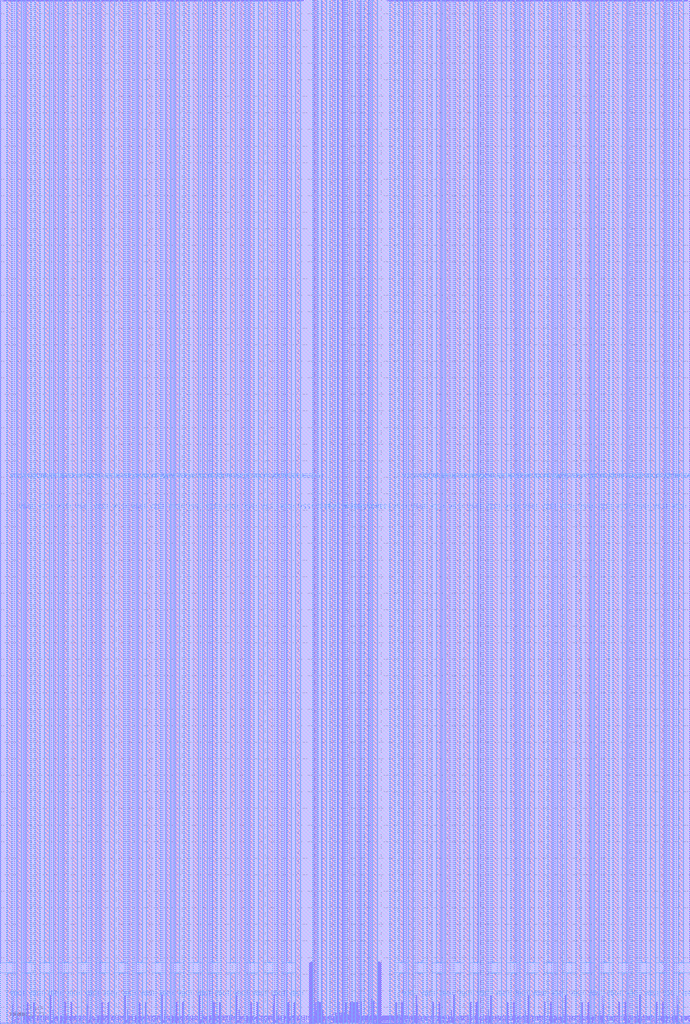
<source format=lef>
# ------------------------------------------------------
#
#		Copyright 2024 IHP PDK Authors
#
#		Licensed under the Apache License, Version 2.0 (the "License");
#		you may not use this file except in compliance with the License.
#		You may obtain a copy of the License at
#		
#		   https://www.apache.org/licenses/LICENSE-2.0
#		
#		Unless required by applicable law or agreed to in writing, software
#		distributed under the License is distributed on an "AS IS" BASIS,
#		WITHOUT WARRANTIES OR CONDITIONS OF ANY KIND, either express or implied.
#		See the License for the specific language governing permissions and
#		limitations under the License.
#		
#		Generated on Fri Jul 12 17:37:54 2024		
#
# ------------------------------------------------------ 
VERSION 5.7 ;
BUSBITCHARS "[]" ;
DIVIDERCHAR "/" ;

MACRO RM_IHPSG13_1P_4096x16_c3_bm_bist
  CLASS BLOCK ;
  ORIGIN 0 0 ;
  FOREIGN RM_IHPSG13_1P_4096x16_c3_bm_bist 0 0 ;
  SIZE 416.64 BY 618.3 ;
  SYMMETRY X Y R90 ;
  PIN A_DIN[8]
    DIRECTION INPUT ;
    USE SIGNAL ;
    ANTENNAPARTIALMETALAREA 0.7007 LAYER Metal2 ;
    ANTENNAMODEL OXIDE1 ;
      ANTENNAGATEAREA 0.20085 LAYER Metal2 ;
      ANTENNAMAXAREACAR 4.394822 LAYER Metal2 ;
    PORT
      LAYER Metal2 ;
        RECT 245.01 0 245.27 0.26 ;
    END
  END A_DIN[8]
  PIN A_DIN[7]
    DIRECTION INPUT ;
    USE SIGNAL ;
    ANTENNAPARTIALMETALAREA 0.7007 LAYER Metal2 ;
    ANTENNAMODEL OXIDE1 ;
      ANTENNAGATEAREA 0.20085 LAYER Metal2 ;
      ANTENNAMAXAREACAR 4.394822 LAYER Metal2 ;
    PORT
      LAYER Metal2 ;
        RECT 171.37 0 171.63 0.26 ;
    END
  END A_DIN[7]
  PIN A_BIST_DIN[8]
    DIRECTION INPUT ;
    USE SIGNAL ;
    ANTENNAPARTIALMETALAREA 0.7007 LAYER Metal2 ;
    ANTENNAMODEL OXIDE1 ;
      ANTENNAGATEAREA 0.20085 LAYER Metal2 ;
      ANTENNAMAXAREACAR 4.394822 LAYER Metal2 ;
    PORT
      LAYER Metal2 ;
        RECT 243.48 0 243.74 0.26 ;
    END
  END A_BIST_DIN[8]
  PIN A_BIST_DIN[7]
    DIRECTION INPUT ;
    USE SIGNAL ;
    ANTENNAPARTIALMETALAREA 0.7007 LAYER Metal2 ;
    ANTENNAMODEL OXIDE1 ;
      ANTENNAGATEAREA 0.20085 LAYER Metal2 ;
      ANTENNAMAXAREACAR 4.394822 LAYER Metal2 ;
    PORT
      LAYER Metal2 ;
        RECT 172.9 0 173.16 0.26 ;
    END
  END A_BIST_DIN[7]
  PIN A_BM[8]
    DIRECTION INPUT ;
    USE SIGNAL ;
    ANTENNAPARTIALMETALAREA 0.7007 LAYER Metal2 ;
    ANTENNAMODEL OXIDE1 ;
      ANTENNAGATEAREA 0.20085 LAYER Metal2 ;
      ANTENNAMAXAREACAR 4.394822 LAYER Metal2 ;
    PORT
      LAYER Metal2 ;
        RECT 248.89 0 249.15 0.26 ;
    END
  END A_BM[8]
  PIN A_BM[7]
    DIRECTION INPUT ;
    USE SIGNAL ;
    ANTENNAPARTIALMETALAREA 0.7007 LAYER Metal2 ;
    ANTENNAMODEL OXIDE1 ;
      ANTENNAGATEAREA 0.20085 LAYER Metal2 ;
      ANTENNAMAXAREACAR 4.394822 LAYER Metal2 ;
    PORT
      LAYER Metal2 ;
        RECT 167.49 0 167.75 0.26 ;
    END
  END A_BM[7]
  PIN A_BIST_BM[8]
    DIRECTION INPUT ;
    USE SIGNAL ;
    ANTENNAPARTIALMETALAREA 0.7007 LAYER Metal2 ;
    ANTENNAMODEL OXIDE1 ;
      ANTENNAGATEAREA 0.20085 LAYER Metal2 ;
      ANTENNAMAXAREACAR 4.394822 LAYER Metal2 ;
    PORT
      LAYER Metal2 ;
        RECT 250.42 0 250.68 0.26 ;
    END
  END A_BIST_BM[8]
  PIN A_BIST_BM[7]
    DIRECTION INPUT ;
    USE SIGNAL ;
    ANTENNAPARTIALMETALAREA 0.7007 LAYER Metal2 ;
    ANTENNAMODEL OXIDE1 ;
      ANTENNAGATEAREA 0.20085 LAYER Metal2 ;
      ANTENNAMAXAREACAR 4.394822 LAYER Metal2 ;
    PORT
      LAYER Metal2 ;
        RECT 165.96 0 166.22 0.26 ;
    END
  END A_BIST_BM[7]
  PIN A_DOUT[8]
    DIRECTION OUTPUT ;
    USE SIGNAL ;
    ANTENNAPARTIALMETALAREA 2.0345 LAYER Metal2 ;
    ANTENNADIFFAREA 0.988 LAYER Metal2 ;
    PORT
      LAYER Metal2 ;
        RECT 249.755 0 250.015 0.26 ;
    END
  END A_DOUT[8]
  PIN A_DOUT[7]
    DIRECTION OUTPUT ;
    USE SIGNAL ;
    ANTENNAPARTIALMETALAREA 2.0345 LAYER Metal2 ;
    ANTENNADIFFAREA 0.988 LAYER Metal2 ;
    PORT
      LAYER Metal2 ;
        RECT 166.625 0 166.885 0.26 ;
    END
  END A_DOUT[7]
  PIN VSS!
    DIRECTION INOUT ;
    USE GROUND ;
    NETEXPR "vss VSS!" ;
    PORT
      LAYER Metal4 ;
        RECT 403.95 0 406.76 618.3 ;
    END
    PORT
      LAYER Metal4 ;
        RECT 392.71 0 395.52 618.3 ;
    END
    PORT
      LAYER Metal4 ;
        RECT 381.47 0 384.28 618.3 ;
    END
    PORT
      LAYER Metal4 ;
        RECT 370.23 0 373.04 618.3 ;
    END
    PORT
      LAYER Metal4 ;
        RECT 358.99 0 361.8 618.3 ;
    END
    PORT
      LAYER Metal4 ;
        RECT 347.75 0 350.56 618.3 ;
    END
    PORT
      LAYER Metal4 ;
        RECT 336.51 0 339.32 618.3 ;
    END
    PORT
      LAYER Metal4 ;
        RECT 325.27 0 328.08 618.3 ;
    END
    PORT
      LAYER Metal4 ;
        RECT 314.03 0 316.84 618.3 ;
    END
    PORT
      LAYER Metal4 ;
        RECT 302.79 0 305.6 618.3 ;
    END
    PORT
      LAYER Metal4 ;
        RECT 291.55 0 294.36 618.3 ;
    END
    PORT
      LAYER Metal4 ;
        RECT 280.31 0 283.12 618.3 ;
    END
    PORT
      LAYER Metal4 ;
        RECT 269.07 0 271.88 618.3 ;
    END
    PORT
      LAYER Metal4 ;
        RECT 257.83 0 260.64 618.3 ;
    END
    PORT
      LAYER Metal4 ;
        RECT 246.59 0 249.4 618.3 ;
    END
    PORT
      LAYER Metal4 ;
        RECT 235.35 0 238.16 618.3 ;
    END
    PORT
      LAYER Metal4 ;
        RECT 224.94 0 227.75 618.3 ;
    END
    PORT
      LAYER Metal4 ;
        RECT 214.64 0 217.45 618.3 ;
    END
    PORT
      LAYER Metal4 ;
        RECT 199.19 0 202 618.3 ;
    END
    PORT
      LAYER Metal4 ;
        RECT 188.89 0 191.7 618.3 ;
    END
    PORT
      LAYER Metal4 ;
        RECT 178.48 0 181.29 618.3 ;
    END
    PORT
      LAYER Metal4 ;
        RECT 167.24 0 170.05 618.3 ;
    END
    PORT
      LAYER Metal4 ;
        RECT 156 0 158.81 618.3 ;
    END
    PORT
      LAYER Metal4 ;
        RECT 144.76 0 147.57 618.3 ;
    END
    PORT
      LAYER Metal4 ;
        RECT 133.52 0 136.33 618.3 ;
    END
    PORT
      LAYER Metal4 ;
        RECT 122.28 0 125.09 618.3 ;
    END
    PORT
      LAYER Metal4 ;
        RECT 111.04 0 113.85 618.3 ;
    END
    PORT
      LAYER Metal4 ;
        RECT 99.8 0 102.61 618.3 ;
    END
    PORT
      LAYER Metal4 ;
        RECT 88.56 0 91.37 618.3 ;
    END
    PORT
      LAYER Metal4 ;
        RECT 77.32 0 80.13 618.3 ;
    END
    PORT
      LAYER Metal4 ;
        RECT 66.08 0 68.89 618.3 ;
    END
    PORT
      LAYER Metal4 ;
        RECT 54.84 0 57.65 618.3 ;
    END
    PORT
      LAYER Metal4 ;
        RECT 43.6 0 46.41 618.3 ;
    END
    PORT
      LAYER Metal4 ;
        RECT 32.36 0 35.17 618.3 ;
    END
    PORT
      LAYER Metal4 ;
        RECT 21.12 0 23.93 618.3 ;
    END
    PORT
      LAYER Metal4 ;
        RECT 9.88 0 12.69 618.3 ;
    END
  END VSS!
  PIN VDD!
    DIRECTION INOUT ;
    USE POWER ;
    NETEXPR "vdd VDD!" ;
    PORT
      LAYER Metal4 ;
        RECT 409.57 0 412.38 30.425 ;
    END
    PORT
      LAYER Metal4 ;
        RECT 398.33 0 401.14 30.425 ;
    END
    PORT
      LAYER Metal4 ;
        RECT 387.09 0 389.9 30.425 ;
    END
    PORT
      LAYER Metal4 ;
        RECT 375.85 0 378.66 30.425 ;
    END
    PORT
      LAYER Metal4 ;
        RECT 364.61 0 367.42 30.425 ;
    END
    PORT
      LAYER Metal4 ;
        RECT 353.37 0 356.18 30.425 ;
    END
    PORT
      LAYER Metal4 ;
        RECT 342.13 0 344.94 30.425 ;
    END
    PORT
      LAYER Metal4 ;
        RECT 330.89 0 333.7 30.425 ;
    END
    PORT
      LAYER Metal4 ;
        RECT 319.65 0 322.46 30.425 ;
    END
    PORT
      LAYER Metal4 ;
        RECT 308.41 0 311.22 30.425 ;
    END
    PORT
      LAYER Metal4 ;
        RECT 297.17 0 299.98 30.425 ;
    END
    PORT
      LAYER Metal4 ;
        RECT 285.93 0 288.74 30.425 ;
    END
    PORT
      LAYER Metal4 ;
        RECT 274.69 0 277.5 30.425 ;
    END
    PORT
      LAYER Metal4 ;
        RECT 263.45 0 266.26 30.425 ;
    END
    PORT
      LAYER Metal4 ;
        RECT 252.21 0 255.02 30.425 ;
    END
    PORT
      LAYER Metal4 ;
        RECT 240.97 0 243.78 30.425 ;
    END
    PORT
      LAYER Metal4 ;
        RECT 219.79 0 222.6 618.3 ;
    END
    PORT
      LAYER Metal4 ;
        RECT 209.49 0 212.3 618.3 ;
    END
    PORT
      LAYER Metal4 ;
        RECT 204.34 0 207.15 618.3 ;
    END
    PORT
      LAYER Metal4 ;
        RECT 194.04 0 196.85 618.3 ;
    END
    PORT
      LAYER Metal4 ;
        RECT 172.86 0 175.67 30.425 ;
    END
    PORT
      LAYER Metal4 ;
        RECT 161.62 0 164.43 30.425 ;
    END
    PORT
      LAYER Metal4 ;
        RECT 150.38 0 153.19 30.425 ;
    END
    PORT
      LAYER Metal4 ;
        RECT 139.14 0 141.95 30.425 ;
    END
    PORT
      LAYER Metal4 ;
        RECT 127.9 0 130.71 30.425 ;
    END
    PORT
      LAYER Metal4 ;
        RECT 116.66 0 119.47 30.425 ;
    END
    PORT
      LAYER Metal4 ;
        RECT 105.42 0 108.23 30.425 ;
    END
    PORT
      LAYER Metal4 ;
        RECT 94.18 0 96.99 30.425 ;
    END
    PORT
      LAYER Metal4 ;
        RECT 82.94 0 85.75 30.425 ;
    END
    PORT
      LAYER Metal4 ;
        RECT 71.7 0 74.51 30.425 ;
    END
    PORT
      LAYER Metal4 ;
        RECT 60.46 0 63.27 30.425 ;
    END
    PORT
      LAYER Metal4 ;
        RECT 49.22 0 52.03 30.425 ;
    END
    PORT
      LAYER Metal4 ;
        RECT 37.98 0 40.79 30.425 ;
    END
    PORT
      LAYER Metal4 ;
        RECT 26.74 0 29.55 30.425 ;
    END
    PORT
      LAYER Metal4 ;
        RECT 15.5 0 18.31 30.425 ;
    END
    PORT
      LAYER Metal4 ;
        RECT 4.26 0 7.07 30.425 ;
    END
  END VDD!
  PIN VDDARRAY!
    DIRECTION INOUT ;
    USE POWER ;
    NETEXPR "vddarray VDDARRAY!" ;
    PORT
      LAYER Metal4 ;
        RECT 409.57 37.065 412.38 618.3 ;
    END
    PORT
      LAYER Metal4 ;
        RECT 398.33 37.065 401.14 618.3 ;
    END
    PORT
      LAYER Metal4 ;
        RECT 387.09 37.065 389.9 618.3 ;
    END
    PORT
      LAYER Metal4 ;
        RECT 375.85 37.065 378.66 618.3 ;
    END
    PORT
      LAYER Metal4 ;
        RECT 364.61 37.065 367.42 618.3 ;
    END
    PORT
      LAYER Metal4 ;
        RECT 353.37 37.065 356.18 618.3 ;
    END
    PORT
      LAYER Metal4 ;
        RECT 342.13 37.065 344.94 618.3 ;
    END
    PORT
      LAYER Metal4 ;
        RECT 330.89 37.065 333.7 618.3 ;
    END
    PORT
      LAYER Metal4 ;
        RECT 319.65 37.065 322.46 618.3 ;
    END
    PORT
      LAYER Metal4 ;
        RECT 308.41 37.065 311.22 618.3 ;
    END
    PORT
      LAYER Metal4 ;
        RECT 297.17 37.065 299.98 618.3 ;
    END
    PORT
      LAYER Metal4 ;
        RECT 285.93 37.065 288.74 618.3 ;
    END
    PORT
      LAYER Metal4 ;
        RECT 274.69 37.065 277.5 618.3 ;
    END
    PORT
      LAYER Metal4 ;
        RECT 263.45 37.065 266.26 618.3 ;
    END
    PORT
      LAYER Metal4 ;
        RECT 252.21 37.065 255.02 618.3 ;
    END
    PORT
      LAYER Metal4 ;
        RECT 240.97 37.065 243.78 618.3 ;
    END
    PORT
      LAYER Metal4 ;
        RECT 172.86 37.065 175.67 618.3 ;
    END
    PORT
      LAYER Metal4 ;
        RECT 161.62 37.065 164.43 618.3 ;
    END
    PORT
      LAYER Metal4 ;
        RECT 150.38 37.065 153.19 618.3 ;
    END
    PORT
      LAYER Metal4 ;
        RECT 139.14 37.065 141.95 618.3 ;
    END
    PORT
      LAYER Metal4 ;
        RECT 127.9 37.065 130.71 618.3 ;
    END
    PORT
      LAYER Metal4 ;
        RECT 116.66 37.065 119.47 618.3 ;
    END
    PORT
      LAYER Metal4 ;
        RECT 105.42 37.065 108.23 618.3 ;
    END
    PORT
      LAYER Metal4 ;
        RECT 94.18 37.065 96.99 618.3 ;
    END
    PORT
      LAYER Metal4 ;
        RECT 82.94 37.065 85.75 618.3 ;
    END
    PORT
      LAYER Metal4 ;
        RECT 71.7 37.065 74.51 618.3 ;
    END
    PORT
      LAYER Metal4 ;
        RECT 60.46 37.065 63.27 618.3 ;
    END
    PORT
      LAYER Metal4 ;
        RECT 49.22 37.065 52.03 618.3 ;
    END
    PORT
      LAYER Metal4 ;
        RECT 37.98 37.065 40.79 618.3 ;
    END
    PORT
      LAYER Metal4 ;
        RECT 26.74 37.065 29.55 618.3 ;
    END
    PORT
      LAYER Metal4 ;
        RECT 15.5 37.065 18.31 618.3 ;
    END
    PORT
      LAYER Metal4 ;
        RECT 4.26 37.065 7.07 618.3 ;
    END
  END VDDARRAY!
  PIN A_DIN[9]
    DIRECTION INPUT ;
    USE SIGNAL ;
    ANTENNAPARTIALMETALAREA 0.7007 LAYER Metal2 ;
    ANTENNAMODEL OXIDE1 ;
      ANTENNAGATEAREA 0.20085 LAYER Metal2 ;
      ANTENNAMAXAREACAR 4.394822 LAYER Metal2 ;
    PORT
      LAYER Metal2 ;
        RECT 267.49 0 267.75 0.26 ;
    END
  END A_DIN[9]
  PIN A_DIN[6]
    DIRECTION INPUT ;
    USE SIGNAL ;
    ANTENNAPARTIALMETALAREA 0.7007 LAYER Metal2 ;
    ANTENNAMODEL OXIDE1 ;
      ANTENNAGATEAREA 0.20085 LAYER Metal2 ;
      ANTENNAMAXAREACAR 4.394822 LAYER Metal2 ;
    PORT
      LAYER Metal2 ;
        RECT 148.89 0 149.15 0.26 ;
    END
  END A_DIN[6]
  PIN A_BIST_DIN[9]
    DIRECTION INPUT ;
    USE SIGNAL ;
    ANTENNAPARTIALMETALAREA 0.7007 LAYER Metal2 ;
    ANTENNAMODEL OXIDE1 ;
      ANTENNAGATEAREA 0.20085 LAYER Metal2 ;
      ANTENNAMAXAREACAR 4.394822 LAYER Metal2 ;
    PORT
      LAYER Metal2 ;
        RECT 265.96 0 266.22 0.26 ;
    END
  END A_BIST_DIN[9]
  PIN A_BIST_DIN[6]
    DIRECTION INPUT ;
    USE SIGNAL ;
    ANTENNAPARTIALMETALAREA 0.7007 LAYER Metal2 ;
    ANTENNAMODEL OXIDE1 ;
      ANTENNAGATEAREA 0.20085 LAYER Metal2 ;
      ANTENNAMAXAREACAR 4.394822 LAYER Metal2 ;
    PORT
      LAYER Metal2 ;
        RECT 150.42 0 150.68 0.26 ;
    END
  END A_BIST_DIN[6]
  PIN A_BM[9]
    DIRECTION INPUT ;
    USE SIGNAL ;
    ANTENNAPARTIALMETALAREA 0.7007 LAYER Metal2 ;
    ANTENNAMODEL OXIDE1 ;
      ANTENNAGATEAREA 0.20085 LAYER Metal2 ;
      ANTENNAMAXAREACAR 4.394822 LAYER Metal2 ;
    PORT
      LAYER Metal2 ;
        RECT 271.37 0 271.63 0.26 ;
    END
  END A_BM[9]
  PIN A_BM[6]
    DIRECTION INPUT ;
    USE SIGNAL ;
    ANTENNAPARTIALMETALAREA 0.7007 LAYER Metal2 ;
    ANTENNAMODEL OXIDE1 ;
      ANTENNAGATEAREA 0.20085 LAYER Metal2 ;
      ANTENNAMAXAREACAR 4.394822 LAYER Metal2 ;
    PORT
      LAYER Metal2 ;
        RECT 145.01 0 145.27 0.26 ;
    END
  END A_BM[6]
  PIN A_BIST_BM[9]
    DIRECTION INPUT ;
    USE SIGNAL ;
    ANTENNAPARTIALMETALAREA 0.7007 LAYER Metal2 ;
    ANTENNAMODEL OXIDE1 ;
      ANTENNAGATEAREA 0.20085 LAYER Metal2 ;
      ANTENNAMAXAREACAR 4.394822 LAYER Metal2 ;
    PORT
      LAYER Metal2 ;
        RECT 272.9 0 273.16 0.26 ;
    END
  END A_BIST_BM[9]
  PIN A_BIST_BM[6]
    DIRECTION INPUT ;
    USE SIGNAL ;
    ANTENNAPARTIALMETALAREA 0.7007 LAYER Metal2 ;
    ANTENNAMODEL OXIDE1 ;
      ANTENNAGATEAREA 0.20085 LAYER Metal2 ;
      ANTENNAMAXAREACAR 4.394822 LAYER Metal2 ;
    PORT
      LAYER Metal2 ;
        RECT 143.48 0 143.74 0.26 ;
    END
  END A_BIST_BM[6]
  PIN A_DOUT[9]
    DIRECTION OUTPUT ;
    USE SIGNAL ;
    ANTENNAPARTIALMETALAREA 2.0345 LAYER Metal2 ;
    ANTENNADIFFAREA 0.988 LAYER Metal2 ;
    PORT
      LAYER Metal2 ;
        RECT 272.235 0 272.495 0.26 ;
    END
  END A_DOUT[9]
  PIN A_DOUT[6]
    DIRECTION OUTPUT ;
    USE SIGNAL ;
    ANTENNAPARTIALMETALAREA 2.0345 LAYER Metal2 ;
    ANTENNADIFFAREA 0.988 LAYER Metal2 ;
    PORT
      LAYER Metal2 ;
        RECT 144.145 0 144.405 0.26 ;
    END
  END A_DOUT[6]
  PIN A_DIN[10]
    DIRECTION INPUT ;
    USE SIGNAL ;
    ANTENNAPARTIALMETALAREA 0.7007 LAYER Metal2 ;
    ANTENNAMODEL OXIDE1 ;
      ANTENNAGATEAREA 0.20085 LAYER Metal2 ;
      ANTENNAMAXAREACAR 4.394822 LAYER Metal2 ;
    PORT
      LAYER Metal2 ;
        RECT 289.97 0 290.23 0.26 ;
    END
  END A_DIN[10]
  PIN A_DIN[5]
    DIRECTION INPUT ;
    USE SIGNAL ;
    ANTENNAPARTIALMETALAREA 0.7007 LAYER Metal2 ;
    ANTENNAMODEL OXIDE1 ;
      ANTENNAGATEAREA 0.20085 LAYER Metal2 ;
      ANTENNAMAXAREACAR 4.394822 LAYER Metal2 ;
    PORT
      LAYER Metal2 ;
        RECT 126.41 0 126.67 0.26 ;
    END
  END A_DIN[5]
  PIN A_BIST_DIN[10]
    DIRECTION INPUT ;
    USE SIGNAL ;
    ANTENNAPARTIALMETALAREA 0.7007 LAYER Metal2 ;
    ANTENNAMODEL OXIDE1 ;
      ANTENNAGATEAREA 0.20085 LAYER Metal2 ;
      ANTENNAMAXAREACAR 4.394822 LAYER Metal2 ;
    PORT
      LAYER Metal2 ;
        RECT 288.44 0 288.7 0.26 ;
    END
  END A_BIST_DIN[10]
  PIN A_BIST_DIN[5]
    DIRECTION INPUT ;
    USE SIGNAL ;
    ANTENNAPARTIALMETALAREA 0.7007 LAYER Metal2 ;
    ANTENNAMODEL OXIDE1 ;
      ANTENNAGATEAREA 0.20085 LAYER Metal2 ;
      ANTENNAMAXAREACAR 4.394822 LAYER Metal2 ;
    PORT
      LAYER Metal2 ;
        RECT 127.94 0 128.2 0.26 ;
    END
  END A_BIST_DIN[5]
  PIN A_BM[10]
    DIRECTION INPUT ;
    USE SIGNAL ;
    ANTENNAPARTIALMETALAREA 0.7007 LAYER Metal2 ;
    ANTENNAMODEL OXIDE1 ;
      ANTENNAGATEAREA 0.20085 LAYER Metal2 ;
      ANTENNAMAXAREACAR 4.394822 LAYER Metal2 ;
    PORT
      LAYER Metal2 ;
        RECT 293.85 0 294.11 0.26 ;
    END
  END A_BM[10]
  PIN A_BM[5]
    DIRECTION INPUT ;
    USE SIGNAL ;
    ANTENNAPARTIALMETALAREA 0.7007 LAYER Metal2 ;
    ANTENNAMODEL OXIDE1 ;
      ANTENNAGATEAREA 0.20085 LAYER Metal2 ;
      ANTENNAMAXAREACAR 4.394822 LAYER Metal2 ;
    PORT
      LAYER Metal2 ;
        RECT 122.53 0 122.79 0.26 ;
    END
  END A_BM[5]
  PIN A_BIST_BM[10]
    DIRECTION INPUT ;
    USE SIGNAL ;
    ANTENNAPARTIALMETALAREA 0.7007 LAYER Metal2 ;
    ANTENNAMODEL OXIDE1 ;
      ANTENNAGATEAREA 0.20085 LAYER Metal2 ;
      ANTENNAMAXAREACAR 4.394822 LAYER Metal2 ;
    PORT
      LAYER Metal2 ;
        RECT 295.38 0 295.64 0.26 ;
    END
  END A_BIST_BM[10]
  PIN A_BIST_BM[5]
    DIRECTION INPUT ;
    USE SIGNAL ;
    ANTENNAPARTIALMETALAREA 0.7007 LAYER Metal2 ;
    ANTENNAMODEL OXIDE1 ;
      ANTENNAGATEAREA 0.20085 LAYER Metal2 ;
      ANTENNAMAXAREACAR 4.394822 LAYER Metal2 ;
    PORT
      LAYER Metal2 ;
        RECT 121 0 121.26 0.26 ;
    END
  END A_BIST_BM[5]
  PIN A_DOUT[10]
    DIRECTION OUTPUT ;
    USE SIGNAL ;
    ANTENNAPARTIALMETALAREA 2.0345 LAYER Metal2 ;
    ANTENNADIFFAREA 0.988 LAYER Metal2 ;
    PORT
      LAYER Metal2 ;
        RECT 294.715 0 294.975 0.26 ;
    END
  END A_DOUT[10]
  PIN A_DOUT[5]
    DIRECTION OUTPUT ;
    USE SIGNAL ;
    ANTENNAPARTIALMETALAREA 2.0345 LAYER Metal2 ;
    ANTENNADIFFAREA 0.988 LAYER Metal2 ;
    PORT
      LAYER Metal2 ;
        RECT 121.665 0 121.925 0.26 ;
    END
  END A_DOUT[5]
  PIN A_DIN[11]
    DIRECTION INPUT ;
    USE SIGNAL ;
    ANTENNAPARTIALMETALAREA 0.7007 LAYER Metal2 ;
    ANTENNAMODEL OXIDE1 ;
      ANTENNAGATEAREA 0.20085 LAYER Metal2 ;
      ANTENNAMAXAREACAR 4.394822 LAYER Metal2 ;
    PORT
      LAYER Metal2 ;
        RECT 312.45 0 312.71 0.26 ;
    END
  END A_DIN[11]
  PIN A_DIN[4]
    DIRECTION INPUT ;
    USE SIGNAL ;
    ANTENNAPARTIALMETALAREA 0.7007 LAYER Metal2 ;
    ANTENNAMODEL OXIDE1 ;
      ANTENNAGATEAREA 0.20085 LAYER Metal2 ;
      ANTENNAMAXAREACAR 4.394822 LAYER Metal2 ;
    PORT
      LAYER Metal2 ;
        RECT 103.93 0 104.19 0.26 ;
    END
  END A_DIN[4]
  PIN A_BIST_DIN[11]
    DIRECTION INPUT ;
    USE SIGNAL ;
    ANTENNAPARTIALMETALAREA 0.7007 LAYER Metal2 ;
    ANTENNAMODEL OXIDE1 ;
      ANTENNAGATEAREA 0.20085 LAYER Metal2 ;
      ANTENNAMAXAREACAR 4.394822 LAYER Metal2 ;
    PORT
      LAYER Metal2 ;
        RECT 310.92 0 311.18 0.26 ;
    END
  END A_BIST_DIN[11]
  PIN A_BIST_DIN[4]
    DIRECTION INPUT ;
    USE SIGNAL ;
    ANTENNAPARTIALMETALAREA 0.7007 LAYER Metal2 ;
    ANTENNAMODEL OXIDE1 ;
      ANTENNAGATEAREA 0.20085 LAYER Metal2 ;
      ANTENNAMAXAREACAR 4.394822 LAYER Metal2 ;
    PORT
      LAYER Metal2 ;
        RECT 105.46 0 105.72 0.26 ;
    END
  END A_BIST_DIN[4]
  PIN A_BM[11]
    DIRECTION INPUT ;
    USE SIGNAL ;
    ANTENNAPARTIALMETALAREA 0.7007 LAYER Metal2 ;
    ANTENNAMODEL OXIDE1 ;
      ANTENNAGATEAREA 0.20085 LAYER Metal2 ;
      ANTENNAMAXAREACAR 4.394822 LAYER Metal2 ;
    PORT
      LAYER Metal2 ;
        RECT 316.33 0 316.59 0.26 ;
    END
  END A_BM[11]
  PIN A_BM[4]
    DIRECTION INPUT ;
    USE SIGNAL ;
    ANTENNAPARTIALMETALAREA 0.7007 LAYER Metal2 ;
    ANTENNAMODEL OXIDE1 ;
      ANTENNAGATEAREA 0.20085 LAYER Metal2 ;
      ANTENNAMAXAREACAR 4.394822 LAYER Metal2 ;
    PORT
      LAYER Metal2 ;
        RECT 100.05 0 100.31 0.26 ;
    END
  END A_BM[4]
  PIN A_BIST_BM[11]
    DIRECTION INPUT ;
    USE SIGNAL ;
    ANTENNAPARTIALMETALAREA 0.7007 LAYER Metal2 ;
    ANTENNAMODEL OXIDE1 ;
      ANTENNAGATEAREA 0.20085 LAYER Metal2 ;
      ANTENNAMAXAREACAR 4.394822 LAYER Metal2 ;
    PORT
      LAYER Metal2 ;
        RECT 317.86 0 318.12 0.26 ;
    END
  END A_BIST_BM[11]
  PIN A_BIST_BM[4]
    DIRECTION INPUT ;
    USE SIGNAL ;
    ANTENNAPARTIALMETALAREA 0.7007 LAYER Metal2 ;
    ANTENNAMODEL OXIDE1 ;
      ANTENNAGATEAREA 0.20085 LAYER Metal2 ;
      ANTENNAMAXAREACAR 4.394822 LAYER Metal2 ;
    PORT
      LAYER Metal2 ;
        RECT 98.52 0 98.78 0.26 ;
    END
  END A_BIST_BM[4]
  PIN A_DOUT[11]
    DIRECTION OUTPUT ;
    USE SIGNAL ;
    ANTENNAPARTIALMETALAREA 2.0345 LAYER Metal2 ;
    ANTENNADIFFAREA 0.988 LAYER Metal2 ;
    PORT
      LAYER Metal2 ;
        RECT 317.195 0 317.455 0.26 ;
    END
  END A_DOUT[11]
  PIN A_DOUT[4]
    DIRECTION OUTPUT ;
    USE SIGNAL ;
    ANTENNAPARTIALMETALAREA 2.0345 LAYER Metal2 ;
    ANTENNADIFFAREA 0.988 LAYER Metal2 ;
    PORT
      LAYER Metal2 ;
        RECT 99.185 0 99.445 0.26 ;
    END
  END A_DOUT[4]
  PIN A_DIN[12]
    DIRECTION INPUT ;
    USE SIGNAL ;
    ANTENNAPARTIALMETALAREA 0.7007 LAYER Metal2 ;
    ANTENNAMODEL OXIDE1 ;
      ANTENNAGATEAREA 0.20085 LAYER Metal2 ;
      ANTENNAMAXAREACAR 4.394822 LAYER Metal2 ;
    PORT
      LAYER Metal2 ;
        RECT 334.93 0 335.19 0.26 ;
    END
  END A_DIN[12]
  PIN A_DIN[3]
    DIRECTION INPUT ;
    USE SIGNAL ;
    ANTENNAPARTIALMETALAREA 0.7007 LAYER Metal2 ;
    ANTENNAMODEL OXIDE1 ;
      ANTENNAGATEAREA 0.20085 LAYER Metal2 ;
      ANTENNAMAXAREACAR 4.394822 LAYER Metal2 ;
    PORT
      LAYER Metal2 ;
        RECT 81.45 0 81.71 0.26 ;
    END
  END A_DIN[3]
  PIN A_BIST_DIN[12]
    DIRECTION INPUT ;
    USE SIGNAL ;
    ANTENNAPARTIALMETALAREA 0.7007 LAYER Metal2 ;
    ANTENNAMODEL OXIDE1 ;
      ANTENNAGATEAREA 0.20085 LAYER Metal2 ;
      ANTENNAMAXAREACAR 4.394822 LAYER Metal2 ;
    PORT
      LAYER Metal2 ;
        RECT 333.4 0 333.66 0.26 ;
    END
  END A_BIST_DIN[12]
  PIN A_BIST_DIN[3]
    DIRECTION INPUT ;
    USE SIGNAL ;
    ANTENNAPARTIALMETALAREA 0.7007 LAYER Metal2 ;
    ANTENNAMODEL OXIDE1 ;
      ANTENNAGATEAREA 0.20085 LAYER Metal2 ;
      ANTENNAMAXAREACAR 4.394822 LAYER Metal2 ;
    PORT
      LAYER Metal2 ;
        RECT 82.98 0 83.24 0.26 ;
    END
  END A_BIST_DIN[3]
  PIN A_BM[12]
    DIRECTION INPUT ;
    USE SIGNAL ;
    ANTENNAPARTIALMETALAREA 0.7007 LAYER Metal2 ;
    ANTENNAMODEL OXIDE1 ;
      ANTENNAGATEAREA 0.20085 LAYER Metal2 ;
      ANTENNAMAXAREACAR 4.394822 LAYER Metal2 ;
    PORT
      LAYER Metal2 ;
        RECT 338.81 0 339.07 0.26 ;
    END
  END A_BM[12]
  PIN A_BM[3]
    DIRECTION INPUT ;
    USE SIGNAL ;
    ANTENNAPARTIALMETALAREA 0.7007 LAYER Metal2 ;
    ANTENNAMODEL OXIDE1 ;
      ANTENNAGATEAREA 0.20085 LAYER Metal2 ;
      ANTENNAMAXAREACAR 4.394822 LAYER Metal2 ;
    PORT
      LAYER Metal2 ;
        RECT 77.57 0 77.83 0.26 ;
    END
  END A_BM[3]
  PIN A_BIST_BM[12]
    DIRECTION INPUT ;
    USE SIGNAL ;
    ANTENNAPARTIALMETALAREA 0.7007 LAYER Metal2 ;
    ANTENNAMODEL OXIDE1 ;
      ANTENNAGATEAREA 0.20085 LAYER Metal2 ;
      ANTENNAMAXAREACAR 4.394822 LAYER Metal2 ;
    PORT
      LAYER Metal2 ;
        RECT 340.34 0 340.6 0.26 ;
    END
  END A_BIST_BM[12]
  PIN A_BIST_BM[3]
    DIRECTION INPUT ;
    USE SIGNAL ;
    ANTENNAPARTIALMETALAREA 0.7007 LAYER Metal2 ;
    ANTENNAMODEL OXIDE1 ;
      ANTENNAGATEAREA 0.20085 LAYER Metal2 ;
      ANTENNAMAXAREACAR 4.394822 LAYER Metal2 ;
    PORT
      LAYER Metal2 ;
        RECT 76.04 0 76.3 0.26 ;
    END
  END A_BIST_BM[3]
  PIN A_DOUT[12]
    DIRECTION OUTPUT ;
    USE SIGNAL ;
    ANTENNAPARTIALMETALAREA 2.0345 LAYER Metal2 ;
    ANTENNADIFFAREA 0.988 LAYER Metal2 ;
    PORT
      LAYER Metal2 ;
        RECT 339.675 0 339.935 0.26 ;
    END
  END A_DOUT[12]
  PIN A_DOUT[3]
    DIRECTION OUTPUT ;
    USE SIGNAL ;
    ANTENNAPARTIALMETALAREA 2.0345 LAYER Metal2 ;
    ANTENNADIFFAREA 0.988 LAYER Metal2 ;
    PORT
      LAYER Metal2 ;
        RECT 76.705 0 76.965 0.26 ;
    END
  END A_DOUT[3]
  PIN A_DIN[13]
    DIRECTION INPUT ;
    USE SIGNAL ;
    ANTENNAPARTIALMETALAREA 0.7007 LAYER Metal2 ;
    ANTENNAMODEL OXIDE1 ;
      ANTENNAGATEAREA 0.20085 LAYER Metal2 ;
      ANTENNAMAXAREACAR 4.394822 LAYER Metal2 ;
    PORT
      LAYER Metal2 ;
        RECT 357.41 0 357.67 0.26 ;
    END
  END A_DIN[13]
  PIN A_DIN[2]
    DIRECTION INPUT ;
    USE SIGNAL ;
    ANTENNAPARTIALMETALAREA 0.7007 LAYER Metal2 ;
    ANTENNAMODEL OXIDE1 ;
      ANTENNAGATEAREA 0.20085 LAYER Metal2 ;
      ANTENNAMAXAREACAR 4.394822 LAYER Metal2 ;
    PORT
      LAYER Metal2 ;
        RECT 58.97 0 59.23 0.26 ;
    END
  END A_DIN[2]
  PIN A_BIST_DIN[13]
    DIRECTION INPUT ;
    USE SIGNAL ;
    ANTENNAPARTIALMETALAREA 0.7007 LAYER Metal2 ;
    ANTENNAMODEL OXIDE1 ;
      ANTENNAGATEAREA 0.20085 LAYER Metal2 ;
      ANTENNAMAXAREACAR 4.394822 LAYER Metal2 ;
    PORT
      LAYER Metal2 ;
        RECT 355.88 0 356.14 0.26 ;
    END
  END A_BIST_DIN[13]
  PIN A_BIST_DIN[2]
    DIRECTION INPUT ;
    USE SIGNAL ;
    ANTENNAPARTIALMETALAREA 0.7007 LAYER Metal2 ;
    ANTENNAMODEL OXIDE1 ;
      ANTENNAGATEAREA 0.20085 LAYER Metal2 ;
      ANTENNAMAXAREACAR 4.394822 LAYER Metal2 ;
    PORT
      LAYER Metal2 ;
        RECT 60.5 0 60.76 0.26 ;
    END
  END A_BIST_DIN[2]
  PIN A_BM[13]
    DIRECTION INPUT ;
    USE SIGNAL ;
    ANTENNAPARTIALMETALAREA 0.7007 LAYER Metal2 ;
    ANTENNAMODEL OXIDE1 ;
      ANTENNAGATEAREA 0.20085 LAYER Metal2 ;
      ANTENNAMAXAREACAR 4.394822 LAYER Metal2 ;
    PORT
      LAYER Metal2 ;
        RECT 361.29 0 361.55 0.26 ;
    END
  END A_BM[13]
  PIN A_BM[2]
    DIRECTION INPUT ;
    USE SIGNAL ;
    ANTENNAPARTIALMETALAREA 0.7007 LAYER Metal2 ;
    ANTENNAMODEL OXIDE1 ;
      ANTENNAGATEAREA 0.20085 LAYER Metal2 ;
      ANTENNAMAXAREACAR 4.394822 LAYER Metal2 ;
    PORT
      LAYER Metal2 ;
        RECT 55.09 0 55.35 0.26 ;
    END
  END A_BM[2]
  PIN A_BIST_BM[13]
    DIRECTION INPUT ;
    USE SIGNAL ;
    ANTENNAPARTIALMETALAREA 0.7007 LAYER Metal2 ;
    ANTENNAMODEL OXIDE1 ;
      ANTENNAGATEAREA 0.20085 LAYER Metal2 ;
      ANTENNAMAXAREACAR 4.394822 LAYER Metal2 ;
    PORT
      LAYER Metal2 ;
        RECT 362.82 0 363.08 0.26 ;
    END
  END A_BIST_BM[13]
  PIN A_BIST_BM[2]
    DIRECTION INPUT ;
    USE SIGNAL ;
    ANTENNAPARTIALMETALAREA 0.7007 LAYER Metal2 ;
    ANTENNAMODEL OXIDE1 ;
      ANTENNAGATEAREA 0.20085 LAYER Metal2 ;
      ANTENNAMAXAREACAR 4.394822 LAYER Metal2 ;
    PORT
      LAYER Metal2 ;
        RECT 53.56 0 53.82 0.26 ;
    END
  END A_BIST_BM[2]
  PIN A_DOUT[13]
    DIRECTION OUTPUT ;
    USE SIGNAL ;
    ANTENNAPARTIALMETALAREA 2.0345 LAYER Metal2 ;
    ANTENNADIFFAREA 0.988 LAYER Metal2 ;
    PORT
      LAYER Metal2 ;
        RECT 362.155 0 362.415 0.26 ;
    END
  END A_DOUT[13]
  PIN A_DOUT[2]
    DIRECTION OUTPUT ;
    USE SIGNAL ;
    ANTENNAPARTIALMETALAREA 2.0345 LAYER Metal2 ;
    ANTENNADIFFAREA 0.988 LAYER Metal2 ;
    PORT
      LAYER Metal2 ;
        RECT 54.225 0 54.485 0.26 ;
    END
  END A_DOUT[2]
  PIN A_DIN[14]
    DIRECTION INPUT ;
    USE SIGNAL ;
    ANTENNAPARTIALMETALAREA 0.7007 LAYER Metal2 ;
    ANTENNAMODEL OXIDE1 ;
      ANTENNAGATEAREA 0.20085 LAYER Metal2 ;
      ANTENNAMAXAREACAR 4.394822 LAYER Metal2 ;
    PORT
      LAYER Metal2 ;
        RECT 379.89 0 380.15 0.26 ;
    END
  END A_DIN[14]
  PIN A_DIN[1]
    DIRECTION INPUT ;
    USE SIGNAL ;
    ANTENNAPARTIALMETALAREA 0.7007 LAYER Metal2 ;
    ANTENNAMODEL OXIDE1 ;
      ANTENNAGATEAREA 0.20085 LAYER Metal2 ;
      ANTENNAMAXAREACAR 4.394822 LAYER Metal2 ;
    PORT
      LAYER Metal2 ;
        RECT 36.49 0 36.75 0.26 ;
    END
  END A_DIN[1]
  PIN A_BIST_DIN[14]
    DIRECTION INPUT ;
    USE SIGNAL ;
    ANTENNAPARTIALMETALAREA 0.7007 LAYER Metal2 ;
    ANTENNAMODEL OXIDE1 ;
      ANTENNAGATEAREA 0.20085 LAYER Metal2 ;
      ANTENNAMAXAREACAR 4.394822 LAYER Metal2 ;
    PORT
      LAYER Metal2 ;
        RECT 378.36 0 378.62 0.26 ;
    END
  END A_BIST_DIN[14]
  PIN A_BIST_DIN[1]
    DIRECTION INPUT ;
    USE SIGNAL ;
    ANTENNAPARTIALMETALAREA 0.7007 LAYER Metal2 ;
    ANTENNAMODEL OXIDE1 ;
      ANTENNAGATEAREA 0.20085 LAYER Metal2 ;
      ANTENNAMAXAREACAR 4.394822 LAYER Metal2 ;
    PORT
      LAYER Metal2 ;
        RECT 38.02 0 38.28 0.26 ;
    END
  END A_BIST_DIN[1]
  PIN A_BM[14]
    DIRECTION INPUT ;
    USE SIGNAL ;
    ANTENNAPARTIALMETALAREA 0.7007 LAYER Metal2 ;
    ANTENNAMODEL OXIDE1 ;
      ANTENNAGATEAREA 0.20085 LAYER Metal2 ;
      ANTENNAMAXAREACAR 4.394822 LAYER Metal2 ;
    PORT
      LAYER Metal2 ;
        RECT 383.77 0 384.03 0.26 ;
    END
  END A_BM[14]
  PIN A_BM[1]
    DIRECTION INPUT ;
    USE SIGNAL ;
    ANTENNAPARTIALMETALAREA 0.7007 LAYER Metal2 ;
    ANTENNAMODEL OXIDE1 ;
      ANTENNAGATEAREA 0.20085 LAYER Metal2 ;
      ANTENNAMAXAREACAR 4.394822 LAYER Metal2 ;
    PORT
      LAYER Metal2 ;
        RECT 32.61 0 32.87 0.26 ;
    END
  END A_BM[1]
  PIN A_BIST_BM[14]
    DIRECTION INPUT ;
    USE SIGNAL ;
    ANTENNAPARTIALMETALAREA 0.7007 LAYER Metal2 ;
    ANTENNAMODEL OXIDE1 ;
      ANTENNAGATEAREA 0.20085 LAYER Metal2 ;
      ANTENNAMAXAREACAR 4.394822 LAYER Metal2 ;
    PORT
      LAYER Metal2 ;
        RECT 385.3 0 385.56 0.26 ;
    END
  END A_BIST_BM[14]
  PIN A_BIST_BM[1]
    DIRECTION INPUT ;
    USE SIGNAL ;
    ANTENNAPARTIALMETALAREA 0.7007 LAYER Metal2 ;
    ANTENNAMODEL OXIDE1 ;
      ANTENNAGATEAREA 0.20085 LAYER Metal2 ;
      ANTENNAMAXAREACAR 4.394822 LAYER Metal2 ;
    PORT
      LAYER Metal2 ;
        RECT 31.08 0 31.34 0.26 ;
    END
  END A_BIST_BM[1]
  PIN A_DOUT[14]
    DIRECTION OUTPUT ;
    USE SIGNAL ;
    ANTENNAPARTIALMETALAREA 2.0345 LAYER Metal2 ;
    ANTENNADIFFAREA 0.988 LAYER Metal2 ;
    PORT
      LAYER Metal2 ;
        RECT 384.635 0 384.895 0.26 ;
    END
  END A_DOUT[14]
  PIN A_DOUT[1]
    DIRECTION OUTPUT ;
    USE SIGNAL ;
    ANTENNAPARTIALMETALAREA 2.0345 LAYER Metal2 ;
    ANTENNADIFFAREA 0.988 LAYER Metal2 ;
    PORT
      LAYER Metal2 ;
        RECT 31.745 0 32.005 0.26 ;
    END
  END A_DOUT[1]
  PIN A_DIN[15]
    DIRECTION INPUT ;
    USE SIGNAL ;
    ANTENNAPARTIALMETALAREA 0.7007 LAYER Metal2 ;
    ANTENNAMODEL OXIDE1 ;
      ANTENNAGATEAREA 0.20085 LAYER Metal2 ;
      ANTENNAMAXAREACAR 4.394822 LAYER Metal2 ;
    PORT
      LAYER Metal2 ;
        RECT 402.37 0 402.63 0.26 ;
    END
  END A_DIN[15]
  PIN A_DIN[0]
    DIRECTION INPUT ;
    USE SIGNAL ;
    ANTENNAPARTIALMETALAREA 0.7007 LAYER Metal2 ;
    ANTENNAMODEL OXIDE1 ;
      ANTENNAGATEAREA 0.20085 LAYER Metal2 ;
      ANTENNAMAXAREACAR 4.394822 LAYER Metal2 ;
    PORT
      LAYER Metal2 ;
        RECT 14.01 0 14.27 0.26 ;
    END
  END A_DIN[0]
  PIN A_BIST_DIN[15]
    DIRECTION INPUT ;
    USE SIGNAL ;
    ANTENNAPARTIALMETALAREA 0.7007 LAYER Metal2 ;
    ANTENNAMODEL OXIDE1 ;
      ANTENNAGATEAREA 0.20085 LAYER Metal2 ;
      ANTENNAMAXAREACAR 4.394822 LAYER Metal2 ;
    PORT
      LAYER Metal2 ;
        RECT 400.84 0 401.1 0.26 ;
    END
  END A_BIST_DIN[15]
  PIN A_BIST_DIN[0]
    DIRECTION INPUT ;
    USE SIGNAL ;
    ANTENNAPARTIALMETALAREA 0.7007 LAYER Metal2 ;
    ANTENNAMODEL OXIDE1 ;
      ANTENNAGATEAREA 0.20085 LAYER Metal2 ;
      ANTENNAMAXAREACAR 4.394822 LAYER Metal2 ;
    PORT
      LAYER Metal2 ;
        RECT 15.54 0 15.8 0.26 ;
    END
  END A_BIST_DIN[0]
  PIN A_BM[15]
    DIRECTION INPUT ;
    USE SIGNAL ;
    ANTENNAPARTIALMETALAREA 0.7007 LAYER Metal2 ;
    ANTENNAMODEL OXIDE1 ;
      ANTENNAGATEAREA 0.20085 LAYER Metal2 ;
      ANTENNAMAXAREACAR 4.394822 LAYER Metal2 ;
    PORT
      LAYER Metal2 ;
        RECT 406.25 0 406.51 0.26 ;
    END
  END A_BM[15]
  PIN A_BM[0]
    DIRECTION INPUT ;
    USE SIGNAL ;
    ANTENNAPARTIALMETALAREA 0.7007 LAYER Metal2 ;
    ANTENNAMODEL OXIDE1 ;
      ANTENNAGATEAREA 0.20085 LAYER Metal2 ;
      ANTENNAMAXAREACAR 4.394822 LAYER Metal2 ;
    PORT
      LAYER Metal2 ;
        RECT 10.13 0 10.39 0.26 ;
    END
  END A_BM[0]
  PIN A_BIST_BM[15]
    DIRECTION INPUT ;
    USE SIGNAL ;
    ANTENNAPARTIALMETALAREA 0.7007 LAYER Metal2 ;
    ANTENNAMODEL OXIDE1 ;
      ANTENNAGATEAREA 0.20085 LAYER Metal2 ;
      ANTENNAMAXAREACAR 4.394822 LAYER Metal2 ;
    PORT
      LAYER Metal2 ;
        RECT 407.78 0 408.04 0.26 ;
    END
  END A_BIST_BM[15]
  PIN A_BIST_BM[0]
    DIRECTION INPUT ;
    USE SIGNAL ;
    ANTENNAPARTIALMETALAREA 0.7007 LAYER Metal2 ;
    ANTENNAMODEL OXIDE1 ;
      ANTENNAGATEAREA 0.20085 LAYER Metal2 ;
      ANTENNAMAXAREACAR 4.394822 LAYER Metal2 ;
    PORT
      LAYER Metal2 ;
        RECT 8.6 0 8.86 0.26 ;
    END
  END A_BIST_BM[0]
  PIN A_DOUT[15]
    DIRECTION OUTPUT ;
    USE SIGNAL ;
    ANTENNAPARTIALMETALAREA 2.0345 LAYER Metal2 ;
    ANTENNADIFFAREA 0.988 LAYER Metal2 ;
    PORT
      LAYER Metal2 ;
        RECT 407.115 0 407.375 0.26 ;
    END
  END A_DOUT[15]
  PIN A_DOUT[0]
    DIRECTION OUTPUT ;
    USE SIGNAL ;
    ANTENNAPARTIALMETALAREA 2.0345 LAYER Metal2 ;
    ANTENNADIFFAREA 0.988 LAYER Metal2 ;
    PORT
      LAYER Metal2 ;
        RECT 9.265 0 9.525 0.26 ;
    END
  END A_DOUT[0]
  PIN A_ADDR[0]
    DIRECTION INPUT ;
    USE SIGNAL ;
    ANTENNAPARTIALMETALAREA 6.7171 LAYER Metal2 ;
    ANTENNAMODEL OXIDE1 ;
      ANTENNAGATEAREA 0.20085 LAYER Metal2 ;
      ANTENNAMAXAREACAR 34.349515 LAYER Metal2 ;
    PORT
      LAYER Metal2 ;
        RECT 204.52 0 204.78 0.26 ;
    END
  END A_ADDR[0]
  PIN A_BIST_ADDR[0]
    DIRECTION INPUT ;
    USE SIGNAL ;
    ANTENNAPARTIALMETALAREA 7.5127 LAYER Metal2 ;
    ANTENNAMODEL OXIDE1 ;
      ANTENNAGATEAREA 0.20085 LAYER Metal2 ;
      ANTENNAMAXAREACAR 38.31068 LAYER Metal2 ;
    PORT
      LAYER Metal2 ;
        RECT 209.11 0 209.37 0.26 ;
    END
  END A_BIST_ADDR[0]
  PIN A_ADDR[1]
    DIRECTION INPUT ;
    USE SIGNAL ;
    ANTENNAPARTIALMETALAREA 5.59 LAYER Metal2 ;
    ANTENNAMODEL OXIDE1 ;
      ANTENNAGATEAREA 0.20085 LAYER Metal2 ;
      ANTENNAMAXAREACAR 28.783172 LAYER Metal2 ;
    PORT
      LAYER Metal2 ;
        RECT 204.01 0 204.27 0.26 ;
    END
  END A_ADDR[1]
  PIN A_BIST_ADDR[1]
    DIRECTION INPUT ;
    USE SIGNAL ;
    ANTENNAPARTIALMETALAREA 6.3856 LAYER Metal2 ;
    ANTENNAMODEL OXIDE1 ;
      ANTENNAGATEAREA 0.20085 LAYER Metal2 ;
      ANTENNAMAXAREACAR 32.744337 LAYER Metal2 ;
    PORT
      LAYER Metal2 ;
        RECT 208.6 0 208.86 0.26 ;
    END
  END A_BIST_ADDR[1]
  PIN A_ADDR[2]
    DIRECTION INPUT ;
    USE SIGNAL ;
    ANTENNAPARTIALMETALAREA 6.4519 LAYER Metal2 ;
    ANTENNAMODEL OXIDE1 ;
      ANTENNAGATEAREA 0.20085 LAYER Metal2 ;
      ANTENNAMAXAREACAR 33.029126 LAYER Metal2 ;
    PORT
      LAYER Metal2 ;
        RECT 189.73 0 189.99 0.26 ;
    END
  END A_ADDR[2]
  PIN A_BIST_ADDR[2]
    DIRECTION INPUT ;
    USE SIGNAL ;
    ANTENNAPARTIALMETALAREA 6.1867 LAYER Metal2 ;
    ANTENNAMODEL OXIDE1 ;
      ANTENNAGATEAREA 0.20085 LAYER Metal2 ;
      ANTENNAMAXAREACAR 31.708738 LAYER Metal2 ;
    PORT
      LAYER Metal2 ;
        RECT 191.26 0 191.52 0.26 ;
    END
  END A_BIST_ADDR[2]
  PIN A_ADDR[3]
    DIRECTION INPUT ;
    USE SIGNAL ;
    ANTENNAPARTIALMETALAREA 8.4487 LAYER Metal2 ;
    ANTENNAPARTIALMETALAREA 1.5246 LAYER Metal3 ;
    ANTENNAPARTIALCUTAREA 0.0722 LAYER Via2 ;
    ANTENNAMODEL OXIDE1 ;
      ANTENNAGATEAREA 0.20085 LAYER Metal3 ;
      ANTENNAMAXAREACAR 9.415982 LAYER Metal3 ;
    PORT
      LAYER Metal2 ;
        RECT 212.17 0 212.43 0.26 ;
    END
  END A_ADDR[3]
  PIN A_BIST_ADDR[3]
    DIRECTION INPUT ;
    USE SIGNAL ;
    ANTENNAPARTIALMETALAREA 8.4487 LAYER Metal2 ;
    ANTENNAPARTIALMETALAREA 1.0962 LAYER Metal3 ;
    ANTENNAPARTIALCUTAREA 0.0722 LAYER Via2 ;
    ANTENNAMODEL OXIDE1 ;
      ANTENNAGATEAREA 0.20085 LAYER Metal3 ;
      ANTENNAMAXAREACAR 7.813791 LAYER Metal3 ;
    PORT
      LAYER Metal2 ;
        RECT 212.68 0 212.94 0.26 ;
    END
  END A_BIST_ADDR[3]
  PIN A_ADDR[4]
    DIRECTION INPUT ;
    USE SIGNAL ;
    ANTENNAPARTIALMETALAREA 8.4487 LAYER Metal2 ;
    ANTENNAPARTIALMETALAREA 3.8367 LAYER Metal3 ;
    ANTENNAPARTIALCUTAREA 0.0722 LAYER Via2 ;
    ANTENNAMODEL OXIDE1 ;
      ANTENNAGATEAREA 0.20085 LAYER Metal3 ;
      ANTENNAMAXAREACAR 20.927558 LAYER Metal3 ;
    PORT
      LAYER Metal2 ;
        RECT 211.15 0 211.41 0.26 ;
    END
  END A_ADDR[4]
  PIN A_BIST_ADDR[4]
    DIRECTION INPUT ;
    USE SIGNAL ;
    ANTENNAPARTIALMETALAREA 8.4487 LAYER Metal2 ;
    ANTENNAPARTIALMETALAREA 3.5175 LAYER Metal3 ;
    ANTENNAPARTIALCUTAREA 0.0722 LAYER Via2 ;
    ANTENNAMODEL OXIDE1 ;
      ANTENNAGATEAREA 0.20085 LAYER Metal3 ;
      ANTENNAMAXAREACAR 19.869057 LAYER Metal3 ;
    PORT
      LAYER Metal2 ;
        RECT 211.66 0 211.92 0.26 ;
    END
  END A_BIST_ADDR[4]
  PIN A_ADDR[5]
    DIRECTION INPUT ;
    USE SIGNAL ;
    ANTENNAPARTIALMETALAREA 10.0139 LAYER Metal2 ;
    ANTENNAMODEL OXIDE1 ;
      ANTENNAGATEAREA 0.20085 LAYER Metal2 ;
      ANTENNAMAXAREACAR 50.763754 LAYER Metal2 ;
    PORT
      LAYER Metal2 ;
        RECT 214.72 0 214.98 0.26 ;
    END
  END A_ADDR[5]
  PIN A_BIST_ADDR[5]
    DIRECTION INPUT ;
    USE SIGNAL ;
    ANTENNAPARTIALMETALAREA 9.7487 LAYER Metal2 ;
    ANTENNAMODEL OXIDE1 ;
      ANTENNAGATEAREA 0.20085 LAYER Metal2 ;
      ANTENNAMAXAREACAR 49.443366 LAYER Metal2 ;
    PORT
      LAYER Metal2 ;
        RECT 214.21 0 214.47 0.26 ;
    END
  END A_BIST_ADDR[5]
  PIN A_ADDR[6]
    DIRECTION INPUT ;
    USE SIGNAL ;
    ANTENNAPARTIALMETALAREA 11.7429 LAYER Metal2 ;
    ANTENNAMODEL OXIDE1 ;
      ANTENNAGATEAREA 0.20085 LAYER Metal2 ;
      ANTENNAMAXAREACAR 59.372168 LAYER Metal2 ;
    PORT
      LAYER Metal2 ;
        RECT 213.7 0 213.96 0.26 ;
    END
  END A_ADDR[6]
  PIN A_BIST_ADDR[6]
    DIRECTION INPUT ;
    USE SIGNAL ;
    ANTENNAPARTIALMETALAREA 11.4777 LAYER Metal2 ;
    ANTENNAMODEL OXIDE1 ;
      ANTENNAGATEAREA 0.20085 LAYER Metal2 ;
      ANTENNAMAXAREACAR 58.05178 LAYER Metal2 ;
    PORT
      LAYER Metal2 ;
        RECT 213.19 0 213.45 0.26 ;
    END
  END A_BIST_ADDR[6]
  PIN A_ADDR[7]
    DIRECTION INPUT ;
    USE SIGNAL ;
    ANTENNAPARTIALMETALAREA 8.7685 LAYER Metal2 ;
    ANTENNAMODEL OXIDE1 ;
      ANTENNAGATEAREA 0.20085 LAYER Metal2 ;
      ANTENNAMAXAREACAR 44.563107 LAYER Metal2 ;
    PORT
      LAYER Metal2 ;
        RECT 192.28 0 192.54 0.26 ;
    END
  END A_ADDR[7]
  PIN A_BIST_ADDR[7]
    DIRECTION INPUT ;
    USE SIGNAL ;
    ANTENNAPARTIALMETALAREA 8.4931 LAYER Metal2 ;
    ANTENNAMODEL OXIDE1 ;
      ANTENNAGATEAREA 0.20085 LAYER Metal2 ;
      ANTENNAMAXAREACAR 43.191934 LAYER Metal2 ;
    PORT
      LAYER Metal2 ;
        RECT 192.79 0 193.05 0.26 ;
    END
  END A_BIST_ADDR[7]
  PIN A_ADDR[8]
    DIRECTION INPUT ;
    USE SIGNAL ;
    ANTENNAPARTIALMETALAREA 10.2323 LAYER Metal2 ;
    ANTENNAMODEL OXIDE1 ;
      ANTENNAGATEAREA 0.20085 LAYER Metal2 ;
      ANTENNAMAXAREACAR 51.851133 LAYER Metal2 ;
    PORT
      LAYER Metal2 ;
        RECT 193.3 0 193.56 0.26 ;
    END
  END A_ADDR[8]
  PIN A_BIST_ADDR[8]
    DIRECTION INPUT ;
    USE SIGNAL ;
    ANTENNAPARTIALMETALAREA 9.9671 LAYER Metal2 ;
    ANTENNAMODEL OXIDE1 ;
      ANTENNAGATEAREA 0.20085 LAYER Metal2 ;
      ANTENNAMAXAREACAR 50.530744 LAYER Metal2 ;
    PORT
      LAYER Metal2 ;
        RECT 193.81 0 194.07 0.26 ;
    END
  END A_BIST_ADDR[8]
  PIN A_ADDR[9]
    DIRECTION INPUT ;
    USE SIGNAL ;
    ANTENNAPARTIALMETALAREA 7.9183 LAYER Metal2 ;
    ANTENNAPARTIALMETALAREA 1.5897 LAYER Metal3 ;
    ANTENNAPARTIALCUTAREA 0.0722 LAYER Via2 ;
    ANTENNAMODEL OXIDE1 ;
      ANTENNAGATEAREA 0.20085 LAYER Metal3 ;
      ANTENNAMAXAREACAR 9.740105 LAYER Metal3 ;
    PORT
      LAYER Metal2 ;
        RECT 222.37 0 222.63 0.26 ;
    END
  END A_ADDR[9]
  PIN A_BIST_ADDR[9]
    DIRECTION INPUT ;
    USE SIGNAL ;
    ANTENNAPARTIALMETALAREA 7.9183 LAYER Metal2 ;
    ANTENNAPARTIALMETALAREA 1.3755 LAYER Metal3 ;
    ANTENNAPARTIALCUTAREA 0.0722 LAYER Via2 ;
    ANTENNAMODEL OXIDE1 ;
      ANTENNAGATEAREA 0.20085 LAYER Metal3 ;
      ANTENNAMAXAREACAR 9.204381 LAYER Metal3 ;
    PORT
      LAYER Metal2 ;
        RECT 222.88 0 223.14 0.26 ;
    END
  END A_BIST_ADDR[9]
  PIN A_ADDR[10]
    DIRECTION INPUT ;
    USE SIGNAL ;
    ANTENNAPARTIALMETALAREA 10.6097 LAYER Metal2 ;
    ANTENNAMODEL OXIDE1 ;
      ANTENNAGATEAREA 0.20085 LAYER Metal2 ;
      ANTENNAMAXAREACAR 53.730147 LAYER Metal2 ;
    PORT
      LAYER Metal2 ;
        RECT 217.27 0 217.53 0.26 ;
    END
  END A_ADDR[10]
  PIN A_BIST_ADDR[10]
    DIRECTION INPUT ;
    USE SIGNAL ;
    ANTENNAPARTIALMETALAREA 10.3547 LAYER Metal2 ;
    ANTENNAMODEL OXIDE1 ;
      ANTENNAGATEAREA 0.20085 LAYER Metal2 ;
      ANTENNAMAXAREACAR 52.460543 LAYER Metal2 ;
    PORT
      LAYER Metal2 ;
        RECT 217.78 0 218.04 0.26 ;
    END
  END A_BIST_ADDR[10]
  PIN A_ADDR[11]
    DIRECTION INPUT ;
    USE SIGNAL ;
    ANTENNAPARTIALMETALAREA 8.6359 LAYER Metal2 ;
    ANTENNAMODEL OXIDE1 ;
      ANTENNAGATEAREA 0.20085 LAYER Metal2 ;
      ANTENNAMAXAREACAR 43.902913 LAYER Metal2 ;
    PORT
      LAYER Metal2 ;
        RECT 215.23 0 215.49 0.26 ;
    END
  END A_ADDR[11]
  PIN A_BIST_ADDR[11]
    DIRECTION INPUT ;
    USE SIGNAL ;
    ANTENNAPARTIALMETALAREA 8.6359 LAYER Metal2 ;
    ANTENNAMODEL OXIDE1 ;
      ANTENNAGATEAREA 0.20085 LAYER Metal2 ;
      ANTENNAMAXAREACAR 43.902913 LAYER Metal2 ;
    PORT
      LAYER Metal2 ;
        RECT 215.74 0 216 0.26 ;
    END
  END A_BIST_ADDR[11]
  PIN A_CLK
    DIRECTION INPUT ;
    USE SIGNAL ;
    ANTENNAPARTIALMETALAREA 1.8707 LAYER Metal2 ;
    ANTENNAMODEL OXIDE1 ;
      ANTENNAGATEAREA 0.20085 LAYER Metal2 ;
      ANTENNAMAXAREACAR 10.220065 LAYER Metal2 ;
    PORT
      LAYER Metal2 ;
        RECT 202.48 0 202.74 0.26 ;
    END
  END A_CLK
  PIN A_REN
    DIRECTION INPUT ;
    USE SIGNAL ;
    ANTENNAPARTIALMETALAREA 1.81105 LAYER Metal2 ;
    ANTENNAMODEL OXIDE1 ;
      ANTENNAGATEAREA 0.20085 LAYER Metal2 ;
      ANTENNAMAXAREACAR 9.923077 LAYER Metal2 ;
    PORT
      LAYER Metal2 ;
        RECT 206.05 0 206.31 0.26 ;
    END
  END A_REN
  PIN A_WEN
    DIRECTION INPUT ;
    USE SIGNAL ;
    ANTENNAPARTIALMETALAREA 0.7007 LAYER Metal2 ;
    ANTENNAMODEL OXIDE1 ;
      ANTENNAGATEAREA 0.20085 LAYER Metal2 ;
      ANTENNAMAXAREACAR 4.394822 LAYER Metal2 ;
    PORT
      LAYER Metal2 ;
        RECT 205.54 0 205.8 0.26 ;
    END
  END A_WEN
  PIN A_MEN
    DIRECTION INPUT ;
    USE SIGNAL ;
    ANTENNAPARTIALMETALAREA 0.8407 LAYER Metal2 ;
    ANTENNAMODEL OXIDE1 ;
      ANTENNAGATEAREA 0.20085 LAYER Metal2 ;
      ANTENNAMAXAREACAR 5.09186 LAYER Metal2 ;
    PORT
      LAYER Metal2 ;
        RECT 202.99 0 203.25 0.26 ;
    END
  END A_MEN
  PIN A_DLY
    DIRECTION INPUT ;
    USE SIGNAL ;
    ANTENNAPARTIALMETALAREA 3.874 LAYER Metal2 ;
    ANTENNAMODEL OXIDE1 ;
      ANTENNAGATEAREA 0.3367 LAYER Metal2 ;
      ANTENNAMAXAREACAR 12.046332 LAYER Metal2 ;
    PORT
      LAYER Metal2 ;
        RECT 224.41 0 224.67 0.26 ;
    END
  END A_DLY
  PIN A_BIST_EN
    DIRECTION INPUT ;
    USE SIGNAL ;
    ANTENNAPARTIALMETALAREA 1.8031 LAYER Metal2 ;
    ANTENNAPARTIALMETALAREA 119.45135 LAYER Metal3 ;
    ANTENNAPARTIALCUTAREA 0.0722 LAYER Via2 ;
    ANTENNAMODEL OXIDE1 ;
      ANTENNAGATEAREA 1.43 LAYER Metal2 ;
      ANTENNAGATEAREA 17.16 LAYER Metal3 ;
      ANTENNAMAXAREACAR 1.686364 LAYER Metal2 ;
      ANTENNAMAXAREACAR 13.900125 LAYER Metal3 ;
      ANTENNAMAXCUTCAR 0.151469 LAYER Via2 ;
    PORT
      LAYER Metal2 ;
        RECT 205.03 0 205.29 0.26 ;
    END
  END A_BIST_EN
  PIN A_BIST_CLK
    DIRECTION INPUT ;
    USE SIGNAL ;
    ANTENNAPARTIALMETALAREA 1.9799 LAYER Metal2 ;
    ANTENNAMODEL OXIDE1 ;
      ANTENNAGATEAREA 0.20085 LAYER Metal2 ;
      ANTENNAMAXAREACAR 11.079661 LAYER Metal2 ;
    PORT
      LAYER Metal2 ;
        RECT 200.95 0 201.21 0.26 ;
    END
  END A_BIST_CLK
  PIN A_BIST_REN
    DIRECTION INPUT ;
    USE SIGNAL ;
    ANTENNAPARTIALMETALAREA 1.9279 LAYER Metal2 ;
    ANTENNAMODEL OXIDE1 ;
      ANTENNAGATEAREA 0.20085 LAYER Metal2 ;
      ANTENNAMAXAREACAR 10.820762 LAYER Metal2 ;
    PORT
      LAYER Metal2 ;
        RECT 207.58 0 207.84 0.26 ;
    END
  END A_BIST_REN
  PIN A_BIST_WEN
    DIRECTION INPUT ;
    USE SIGNAL ;
    ANTENNAPARTIALMETALAREA 0.7211 LAYER Metal2 ;
    ANTENNAMODEL OXIDE1 ;
      ANTENNAGATEAREA 0.20085 LAYER Metal2 ;
      ANTENNAMAXAREACAR 4.812298 LAYER Metal2 ;
    PORT
      LAYER Metal2 ;
        RECT 207.07 0 207.33 0.26 ;
    END
  END A_BIST_WEN
  PIN A_BIST_MEN
    DIRECTION INPUT ;
    USE SIGNAL ;
    ANTENNAPARTIALMETALAREA 0.7137 LAYER Metal2 ;
    ANTENNAMODEL OXIDE1 ;
      ANTENNAGATEAREA 0.20085 LAYER Metal2 ;
      ANTENNAMAXAREACAR 4.775454 LAYER Metal2 ;
    PORT
      LAYER Metal2 ;
        RECT 201.46 0 201.72 0.26 ;
    END
  END A_BIST_MEN
  OBS
    LAYER Metal1 ;
      RECT 0 0 416.64 618.3 ;
    LAYER Metal2 ;
      RECT 0.105 37.065 0.305 618.275 ;
      RECT 1.1 617.545 1.3 618.275 ;
      RECT 1.92 617.545 2.12 618.275 ;
      RECT 2.415 617.545 2.615 618.275 ;
      RECT 2.915 617.545 3.115 618.275 ;
      RECT 3.415 617.545 3.615 618.275 ;
      RECT 3.91 617.545 4.11 618.275 ;
      RECT 4.73 617.545 4.93 618.275 ;
      RECT 5.225 617.545 5.425 618.275 ;
      RECT 5.725 617.545 5.925 618.275 ;
      RECT 7.225 0.17 7.995 0.43 ;
      RECT 7.225 0.17 7.485 11.38 ;
      RECT 7.735 0.17 7.995 17.1 ;
      RECT 6.225 617.545 6.425 618.275 ;
      RECT 6.72 617.545 6.92 618.275 ;
      RECT 7.54 617.545 7.74 618.275 ;
      RECT 8.035 617.545 8.235 618.275 ;
      RECT 8.535 617.545 8.735 618.275 ;
      RECT 8.6 0.52 8.86 2.255 ;
      RECT 9.035 617.545 9.235 618.275 ;
      RECT 9.265 0.52 9.525 8.085 ;
      RECT 9.53 617.545 9.73 618.275 ;
      RECT 10.13 0.52 10.39 1.5 ;
      RECT 10.35 617.545 10.55 618.275 ;
      RECT 10.845 617.545 11.045 618.275 ;
      RECT 11.345 617.545 11.545 618.275 ;
      RECT 11.845 617.545 12.045 618.275 ;
      RECT 12.34 617.545 12.54 618.275 ;
      RECT 13.16 617.545 13.36 618.275 ;
      RECT 13.655 617.545 13.855 618.275 ;
      RECT 14.01 0.52 14.27 2.255 ;
      RECT 14.155 617.545 14.355 618.275 ;
      RECT 14.655 617.545 14.855 618.275 ;
      RECT 15.15 617.545 15.35 618.275 ;
      RECT 16.255 0.8 17.025 1.57 ;
      RECT 16.255 0.3 16.515 13.03 ;
      RECT 16.765 0.3 17.025 13.03 ;
      RECT 15.54 0.52 15.8 2.255 ;
      RECT 15.97 617.545 16.17 618.275 ;
      RECT 16.465 617.545 16.665 618.275 ;
      RECT 16.965 617.545 17.165 618.275 ;
      RECT 17.465 617.545 17.665 618.275 ;
      RECT 17.96 617.545 18.16 618.275 ;
      RECT 18.78 617.545 18.98 618.275 ;
      RECT 19.975 0.17 20.745 0.43 ;
      RECT 19.975 0.17 20.235 13.055 ;
      RECT 20.485 0.17 20.745 13.055 ;
      RECT 19.275 617.545 19.475 618.275 ;
      RECT 19.775 617.545 19.975 618.275 ;
      RECT 20.275 617.545 20.475 618.275 ;
      RECT 20.77 617.545 20.97 618.275 ;
      RECT 21.59 617.545 21.79 618.275 ;
      RECT 22.085 617.545 22.285 618.275 ;
      RECT 22.585 617.545 22.785 618.275 ;
      RECT 23.085 617.545 23.285 618.275 ;
      RECT 23.58 617.545 23.78 618.275 ;
      RECT 24.4 617.545 24.6 618.275 ;
      RECT 24.895 617.545 25.095 618.275 ;
      RECT 25.395 617.545 25.595 618.275 ;
      RECT 25.895 617.545 26.095 618.275 ;
      RECT 26.39 617.545 26.59 618.275 ;
      RECT 27.21 617.545 27.41 618.275 ;
      RECT 27.705 617.545 27.905 618.275 ;
      RECT 28.205 617.545 28.405 618.275 ;
      RECT 29.705 0.17 30.475 0.43 ;
      RECT 29.705 0.17 29.965 11.38 ;
      RECT 30.215 0.17 30.475 17.1 ;
      RECT 28.705 617.545 28.905 618.275 ;
      RECT 29.2 617.545 29.4 618.275 ;
      RECT 30.02 617.545 30.22 618.275 ;
      RECT 30.515 617.545 30.715 618.275 ;
      RECT 31.015 617.545 31.215 618.275 ;
      RECT 31.08 0.52 31.34 2.255 ;
      RECT 31.515 617.545 31.715 618.275 ;
      RECT 31.745 0.52 32.005 8.085 ;
      RECT 32.01 617.545 32.21 618.275 ;
      RECT 32.61 0.52 32.87 1.5 ;
      RECT 32.83 617.545 33.03 618.275 ;
      RECT 33.325 617.545 33.525 618.275 ;
      RECT 33.825 617.545 34.025 618.275 ;
      RECT 34.325 617.545 34.525 618.275 ;
      RECT 34.82 617.545 35.02 618.275 ;
      RECT 35.64 617.545 35.84 618.275 ;
      RECT 36.135 617.545 36.335 618.275 ;
      RECT 36.49 0.52 36.75 2.255 ;
      RECT 36.635 617.545 36.835 618.275 ;
      RECT 37.135 617.545 37.335 618.275 ;
      RECT 37.63 617.545 37.83 618.275 ;
      RECT 38.735 0.8 39.505 1.57 ;
      RECT 38.735 0.3 38.995 13.03 ;
      RECT 39.245 0.3 39.505 13.03 ;
      RECT 38.02 0.52 38.28 2.255 ;
      RECT 38.45 617.545 38.65 618.275 ;
      RECT 38.945 617.545 39.145 618.275 ;
      RECT 39.445 617.545 39.645 618.275 ;
      RECT 39.945 617.545 40.145 618.275 ;
      RECT 40.44 617.545 40.64 618.275 ;
      RECT 41.26 617.545 41.46 618.275 ;
      RECT 42.455 0.17 43.225 0.43 ;
      RECT 42.455 0.17 42.715 13.055 ;
      RECT 42.965 0.17 43.225 13.055 ;
      RECT 41.755 617.545 41.955 618.275 ;
      RECT 42.255 617.545 42.455 618.275 ;
      RECT 42.755 617.545 42.955 618.275 ;
      RECT 43.25 617.545 43.45 618.275 ;
      RECT 44.07 617.545 44.27 618.275 ;
      RECT 44.565 617.545 44.765 618.275 ;
      RECT 45.065 617.545 45.265 618.275 ;
      RECT 45.565 617.545 45.765 618.275 ;
      RECT 46.06 617.545 46.26 618.275 ;
      RECT 46.88 617.545 47.08 618.275 ;
      RECT 47.375 617.545 47.575 618.275 ;
      RECT 47.875 617.545 48.075 618.275 ;
      RECT 48.375 617.545 48.575 618.275 ;
      RECT 48.87 617.545 49.07 618.275 ;
      RECT 49.69 617.545 49.89 618.275 ;
      RECT 50.185 617.545 50.385 618.275 ;
      RECT 50.685 617.545 50.885 618.275 ;
      RECT 52.185 0.17 52.955 0.43 ;
      RECT 52.185 0.17 52.445 11.38 ;
      RECT 52.695 0.17 52.955 17.1 ;
      RECT 51.185 617.545 51.385 618.275 ;
      RECT 51.68 617.545 51.88 618.275 ;
      RECT 52.5 617.545 52.7 618.275 ;
      RECT 52.995 617.545 53.195 618.275 ;
      RECT 53.495 617.545 53.695 618.275 ;
      RECT 53.56 0.52 53.82 2.255 ;
      RECT 53.995 617.545 54.195 618.275 ;
      RECT 54.225 0.52 54.485 8.085 ;
      RECT 54.49 617.545 54.69 618.275 ;
      RECT 55.09 0.52 55.35 1.5 ;
      RECT 55.31 617.545 55.51 618.275 ;
      RECT 55.805 617.545 56.005 618.275 ;
      RECT 56.305 617.545 56.505 618.275 ;
      RECT 56.805 617.545 57.005 618.275 ;
      RECT 57.3 617.545 57.5 618.275 ;
      RECT 58.12 617.545 58.32 618.275 ;
      RECT 58.615 617.545 58.815 618.275 ;
      RECT 58.97 0.52 59.23 2.255 ;
      RECT 59.115 617.545 59.315 618.275 ;
      RECT 59.615 617.545 59.815 618.275 ;
      RECT 60.11 617.545 60.31 618.275 ;
      RECT 61.215 0.8 61.985 1.57 ;
      RECT 61.215 0.3 61.475 13.03 ;
      RECT 61.725 0.3 61.985 13.03 ;
      RECT 60.5 0.52 60.76 2.255 ;
      RECT 60.93 617.545 61.13 618.275 ;
      RECT 61.425 617.545 61.625 618.275 ;
      RECT 61.925 617.545 62.125 618.275 ;
      RECT 62.425 617.545 62.625 618.275 ;
      RECT 62.92 617.545 63.12 618.275 ;
      RECT 63.74 617.545 63.94 618.275 ;
      RECT 64.935 0.17 65.705 0.43 ;
      RECT 64.935 0.17 65.195 13.055 ;
      RECT 65.445 0.17 65.705 13.055 ;
      RECT 64.235 617.545 64.435 618.275 ;
      RECT 64.735 617.545 64.935 618.275 ;
      RECT 65.235 617.545 65.435 618.275 ;
      RECT 65.73 617.545 65.93 618.275 ;
      RECT 66.55 617.545 66.75 618.275 ;
      RECT 67.045 617.545 67.245 618.275 ;
      RECT 67.545 617.545 67.745 618.275 ;
      RECT 68.045 617.545 68.245 618.275 ;
      RECT 68.54 617.545 68.74 618.275 ;
      RECT 69.36 617.545 69.56 618.275 ;
      RECT 69.855 617.545 70.055 618.275 ;
      RECT 70.355 617.545 70.555 618.275 ;
      RECT 70.855 617.545 71.055 618.275 ;
      RECT 71.35 617.545 71.55 618.275 ;
      RECT 72.17 617.545 72.37 618.275 ;
      RECT 72.665 617.545 72.865 618.275 ;
      RECT 73.165 617.545 73.365 618.275 ;
      RECT 74.665 0.17 75.435 0.43 ;
      RECT 74.665 0.17 74.925 11.38 ;
      RECT 75.175 0.17 75.435 17.1 ;
      RECT 73.665 617.545 73.865 618.275 ;
      RECT 74.16 617.545 74.36 618.275 ;
      RECT 74.98 617.545 75.18 618.275 ;
      RECT 75.475 617.545 75.675 618.275 ;
      RECT 75.975 617.545 76.175 618.275 ;
      RECT 76.04 0.52 76.3 2.255 ;
      RECT 76.475 617.545 76.675 618.275 ;
      RECT 76.705 0.52 76.965 8.085 ;
      RECT 76.97 617.545 77.17 618.275 ;
      RECT 77.57 0.52 77.83 1.5 ;
      RECT 77.79 617.545 77.99 618.275 ;
      RECT 78.285 617.545 78.485 618.275 ;
      RECT 78.785 617.545 78.985 618.275 ;
      RECT 79.285 617.545 79.485 618.275 ;
      RECT 79.78 617.545 79.98 618.275 ;
      RECT 80.6 617.545 80.8 618.275 ;
      RECT 81.095 617.545 81.295 618.275 ;
      RECT 81.45 0.52 81.71 2.255 ;
      RECT 81.595 617.545 81.795 618.275 ;
      RECT 82.095 617.545 82.295 618.275 ;
      RECT 82.59 617.545 82.79 618.275 ;
      RECT 83.695 0.8 84.465 1.57 ;
      RECT 83.695 0.3 83.955 13.03 ;
      RECT 84.205 0.3 84.465 13.03 ;
      RECT 82.98 0.52 83.24 2.255 ;
      RECT 83.41 617.545 83.61 618.275 ;
      RECT 83.905 617.545 84.105 618.275 ;
      RECT 84.405 617.545 84.605 618.275 ;
      RECT 84.905 617.545 85.105 618.275 ;
      RECT 85.4 617.545 85.6 618.275 ;
      RECT 86.22 617.545 86.42 618.275 ;
      RECT 87.415 0.17 88.185 0.43 ;
      RECT 87.415 0.17 87.675 13.055 ;
      RECT 87.925 0.17 88.185 13.055 ;
      RECT 86.715 617.545 86.915 618.275 ;
      RECT 87.215 617.545 87.415 618.275 ;
      RECT 87.715 617.545 87.915 618.275 ;
      RECT 88.21 617.545 88.41 618.275 ;
      RECT 89.03 617.545 89.23 618.275 ;
      RECT 89.525 617.545 89.725 618.275 ;
      RECT 90.025 617.545 90.225 618.275 ;
      RECT 90.525 617.545 90.725 618.275 ;
      RECT 91.02 617.545 91.22 618.275 ;
      RECT 91.84 617.545 92.04 618.275 ;
      RECT 92.335 617.545 92.535 618.275 ;
      RECT 92.835 617.545 93.035 618.275 ;
      RECT 93.335 617.545 93.535 618.275 ;
      RECT 93.83 617.545 94.03 618.275 ;
      RECT 94.65 617.545 94.85 618.275 ;
      RECT 95.145 617.545 95.345 618.275 ;
      RECT 95.645 617.545 95.845 618.275 ;
      RECT 97.145 0.17 97.915 0.43 ;
      RECT 97.145 0.17 97.405 11.38 ;
      RECT 97.655 0.17 97.915 17.1 ;
      RECT 96.145 617.545 96.345 618.275 ;
      RECT 96.64 617.545 96.84 618.275 ;
      RECT 97.46 617.545 97.66 618.275 ;
      RECT 97.955 617.545 98.155 618.275 ;
      RECT 98.455 617.545 98.655 618.275 ;
      RECT 98.52 0.52 98.78 2.255 ;
      RECT 98.955 617.545 99.155 618.275 ;
      RECT 99.185 0.52 99.445 8.085 ;
      RECT 99.45 617.545 99.65 618.275 ;
      RECT 100.05 0.52 100.31 1.5 ;
      RECT 100.27 617.545 100.47 618.275 ;
      RECT 100.765 617.545 100.965 618.275 ;
      RECT 101.265 617.545 101.465 618.275 ;
      RECT 101.765 617.545 101.965 618.275 ;
      RECT 102.26 617.545 102.46 618.275 ;
      RECT 103.08 617.545 103.28 618.275 ;
      RECT 103.575 617.545 103.775 618.275 ;
      RECT 103.93 0.52 104.19 2.255 ;
      RECT 104.075 617.545 104.275 618.275 ;
      RECT 104.575 617.545 104.775 618.275 ;
      RECT 105.07 617.545 105.27 618.275 ;
      RECT 106.175 0.8 106.945 1.57 ;
      RECT 106.175 0.3 106.435 13.03 ;
      RECT 106.685 0.3 106.945 13.03 ;
      RECT 105.46 0.52 105.72 2.255 ;
      RECT 105.89 617.545 106.09 618.275 ;
      RECT 106.385 617.545 106.585 618.275 ;
      RECT 106.885 617.545 107.085 618.275 ;
      RECT 107.385 617.545 107.585 618.275 ;
      RECT 107.88 617.545 108.08 618.275 ;
      RECT 108.7 617.545 108.9 618.275 ;
      RECT 109.895 0.17 110.665 0.43 ;
      RECT 109.895 0.17 110.155 13.055 ;
      RECT 110.405 0.17 110.665 13.055 ;
      RECT 109.195 617.545 109.395 618.275 ;
      RECT 109.695 617.545 109.895 618.275 ;
      RECT 110.195 617.545 110.395 618.275 ;
      RECT 110.69 617.545 110.89 618.275 ;
      RECT 111.51 617.545 111.71 618.275 ;
      RECT 112.005 617.545 112.205 618.275 ;
      RECT 112.505 617.545 112.705 618.275 ;
      RECT 113.005 617.545 113.205 618.275 ;
      RECT 113.5 617.545 113.7 618.275 ;
      RECT 114.32 617.545 114.52 618.275 ;
      RECT 114.815 617.545 115.015 618.275 ;
      RECT 115.315 617.545 115.515 618.275 ;
      RECT 115.815 617.545 116.015 618.275 ;
      RECT 116.31 617.545 116.51 618.275 ;
      RECT 117.13 617.545 117.33 618.275 ;
      RECT 117.625 617.545 117.825 618.275 ;
      RECT 118.125 617.545 118.325 618.275 ;
      RECT 119.625 0.17 120.395 0.43 ;
      RECT 119.625 0.17 119.885 11.38 ;
      RECT 120.135 0.17 120.395 17.1 ;
      RECT 118.625 617.545 118.825 618.275 ;
      RECT 119.12 617.545 119.32 618.275 ;
      RECT 119.94 617.545 120.14 618.275 ;
      RECT 120.435 617.545 120.635 618.275 ;
      RECT 120.935 617.545 121.135 618.275 ;
      RECT 121 0.52 121.26 2.255 ;
      RECT 121.435 617.545 121.635 618.275 ;
      RECT 121.665 0.52 121.925 8.085 ;
      RECT 121.93 617.545 122.13 618.275 ;
      RECT 122.53 0.52 122.79 1.5 ;
      RECT 122.75 617.545 122.95 618.275 ;
      RECT 123.245 617.545 123.445 618.275 ;
      RECT 123.745 617.545 123.945 618.275 ;
      RECT 124.245 617.545 124.445 618.275 ;
      RECT 124.74 617.545 124.94 618.275 ;
      RECT 125.56 617.545 125.76 618.275 ;
      RECT 126.055 617.545 126.255 618.275 ;
      RECT 126.41 0.52 126.67 2.255 ;
      RECT 126.555 617.545 126.755 618.275 ;
      RECT 127.055 617.545 127.255 618.275 ;
      RECT 127.55 617.545 127.75 618.275 ;
      RECT 128.655 0.8 129.425 1.57 ;
      RECT 128.655 0.3 128.915 13.03 ;
      RECT 129.165 0.3 129.425 13.03 ;
      RECT 127.94 0.52 128.2 2.255 ;
      RECT 128.37 617.545 128.57 618.275 ;
      RECT 128.865 617.545 129.065 618.275 ;
      RECT 129.365 617.545 129.565 618.275 ;
      RECT 129.865 617.545 130.065 618.275 ;
      RECT 130.36 617.545 130.56 618.275 ;
      RECT 131.18 617.545 131.38 618.275 ;
      RECT 132.375 0.17 133.145 0.43 ;
      RECT 132.375 0.17 132.635 13.055 ;
      RECT 132.885 0.17 133.145 13.055 ;
      RECT 131.675 617.545 131.875 618.275 ;
      RECT 132.175 617.545 132.375 618.275 ;
      RECT 132.675 617.545 132.875 618.275 ;
      RECT 133.17 617.545 133.37 618.275 ;
      RECT 133.99 617.545 134.19 618.275 ;
      RECT 134.485 617.545 134.685 618.275 ;
      RECT 134.985 617.545 135.185 618.275 ;
      RECT 135.485 617.545 135.685 618.275 ;
      RECT 135.98 617.545 136.18 618.275 ;
      RECT 136.8 617.545 137 618.275 ;
      RECT 137.295 617.545 137.495 618.275 ;
      RECT 137.795 617.545 137.995 618.275 ;
      RECT 138.295 617.545 138.495 618.275 ;
      RECT 138.79 617.545 138.99 618.275 ;
      RECT 139.61 617.545 139.81 618.275 ;
      RECT 140.105 617.545 140.305 618.275 ;
      RECT 140.605 617.545 140.805 618.275 ;
      RECT 142.105 0.17 142.875 0.43 ;
      RECT 142.105 0.17 142.365 11.38 ;
      RECT 142.615 0.17 142.875 17.1 ;
      RECT 141.105 617.545 141.305 618.275 ;
      RECT 141.6 617.545 141.8 618.275 ;
      RECT 142.42 617.545 142.62 618.275 ;
      RECT 142.915 617.545 143.115 618.275 ;
      RECT 143.415 617.545 143.615 618.275 ;
      RECT 143.48 0.52 143.74 2.255 ;
      RECT 143.915 617.545 144.115 618.275 ;
      RECT 144.145 0.52 144.405 8.085 ;
      RECT 144.41 617.545 144.61 618.275 ;
      RECT 145.01 0.52 145.27 1.5 ;
      RECT 145.23 617.545 145.43 618.275 ;
      RECT 145.725 617.545 145.925 618.275 ;
      RECT 146.225 617.545 146.425 618.275 ;
      RECT 146.725 617.545 146.925 618.275 ;
      RECT 147.22 617.545 147.42 618.275 ;
      RECT 148.04 617.545 148.24 618.275 ;
      RECT 148.535 617.545 148.735 618.275 ;
      RECT 148.89 0.52 149.15 2.255 ;
      RECT 149.035 617.545 149.235 618.275 ;
      RECT 149.535 617.545 149.735 618.275 ;
      RECT 150.03 617.545 150.23 618.275 ;
      RECT 151.135 0.8 151.905 1.57 ;
      RECT 151.135 0.3 151.395 13.03 ;
      RECT 151.645 0.3 151.905 13.03 ;
      RECT 150.42 0.52 150.68 2.255 ;
      RECT 150.85 617.545 151.05 618.275 ;
      RECT 151.345 617.545 151.545 618.275 ;
      RECT 151.845 617.545 152.045 618.275 ;
      RECT 152.345 617.545 152.545 618.275 ;
      RECT 152.84 617.545 153.04 618.275 ;
      RECT 153.66 617.545 153.86 618.275 ;
      RECT 154.855 0.17 155.625 0.43 ;
      RECT 154.855 0.17 155.115 13.055 ;
      RECT 155.365 0.17 155.625 13.055 ;
      RECT 154.155 617.545 154.355 618.275 ;
      RECT 154.655 617.545 154.855 618.275 ;
      RECT 155.155 617.545 155.355 618.275 ;
      RECT 155.65 617.545 155.85 618.275 ;
      RECT 156.47 617.545 156.67 618.275 ;
      RECT 156.965 617.545 157.165 618.275 ;
      RECT 157.465 617.545 157.665 618.275 ;
      RECT 157.965 617.545 158.165 618.275 ;
      RECT 158.46 617.545 158.66 618.275 ;
      RECT 159.28 617.545 159.48 618.275 ;
      RECT 159.775 617.545 159.975 618.275 ;
      RECT 160.275 617.545 160.475 618.275 ;
      RECT 160.775 617.545 160.975 618.275 ;
      RECT 161.27 617.545 161.47 618.275 ;
      RECT 162.09 617.545 162.29 618.275 ;
      RECT 162.585 617.545 162.785 618.275 ;
      RECT 163.085 617.545 163.285 618.275 ;
      RECT 164.585 0.17 165.355 0.43 ;
      RECT 164.585 0.17 164.845 11.38 ;
      RECT 165.095 0.17 165.355 17.1 ;
      RECT 163.585 617.545 163.785 618.275 ;
      RECT 164.08 617.545 164.28 618.275 ;
      RECT 164.9 617.545 165.1 618.275 ;
      RECT 165.395 617.545 165.595 618.275 ;
      RECT 165.895 617.545 166.095 618.275 ;
      RECT 165.96 0.52 166.22 2.255 ;
      RECT 166.395 617.545 166.595 618.275 ;
      RECT 166.625 0.52 166.885 8.085 ;
      RECT 166.89 617.545 167.09 618.275 ;
      RECT 167.49 0.52 167.75 1.5 ;
      RECT 167.71 617.545 167.91 618.275 ;
      RECT 168.205 617.545 168.405 618.275 ;
      RECT 168.705 617.545 168.905 618.275 ;
      RECT 169.205 617.545 169.405 618.275 ;
      RECT 169.7 617.545 169.9 618.275 ;
      RECT 170.52 617.545 170.72 618.275 ;
      RECT 171.015 617.545 171.215 618.275 ;
      RECT 171.37 0.52 171.63 2.255 ;
      RECT 171.515 617.545 171.715 618.275 ;
      RECT 172.015 617.545 172.215 618.275 ;
      RECT 172.51 617.545 172.71 618.275 ;
      RECT 173.615 0.8 174.385 1.57 ;
      RECT 173.615 0.3 173.875 13.03 ;
      RECT 174.125 0.3 174.385 13.03 ;
      RECT 172.9 0.52 173.16 2.255 ;
      RECT 173.33 617.545 173.53 618.275 ;
      RECT 173.825 617.545 174.025 618.275 ;
      RECT 174.325 617.545 174.525 618.275 ;
      RECT 174.825 617.545 175.025 618.275 ;
      RECT 175.32 617.545 175.52 618.275 ;
      RECT 176.14 617.545 176.34 618.275 ;
      RECT 177.335 0.17 178.105 0.43 ;
      RECT 177.335 0.17 177.595 13.055 ;
      RECT 177.845 0.17 178.105 13.055 ;
      RECT 176.635 617.545 176.835 618.275 ;
      RECT 177.135 617.545 177.335 618.275 ;
      RECT 177.635 617.545 177.835 618.275 ;
      RECT 178.13 617.545 178.33 618.275 ;
      RECT 178.95 617.545 179.15 618.275 ;
      RECT 179.445 617.545 179.645 618.275 ;
      RECT 179.945 617.545 180.145 618.275 ;
      RECT 180.445 617.545 180.645 618.275 ;
      RECT 186.515 0.17 187.285 0.43 ;
      RECT 186.515 0.17 186.775 36.945 ;
      RECT 187.025 0.17 187.285 36.945 ;
      RECT 180.94 617.545 181.14 618.275 ;
      RECT 181.76 617.545 181.96 618.275 ;
      RECT 189.22 0 189.48 4.94 ;
      RECT 189.22 4.68 189.99 4.94 ;
      RECT 189.73 4.68 189.99 12.9 ;
      RECT 189.73 0.52 189.99 1.78 ;
      RECT 189.73 1.52 190.5 1.78 ;
      RECT 190.24 1.52 190.5 12.9 ;
      RECT 182.755 617.545 182.955 618.275 ;
      RECT 190.24 0.59 191.01 1.27 ;
      RECT 190.75 0.59 191.01 7.965 ;
      RECT 187.535 0.3 187.795 37.365 ;
      RECT 188.045 0.3 188.305 37.365 ;
      RECT 191.26 0.52 191.52 12.9 ;
      RECT 191.77 0 192.03 12.9 ;
      RECT 192.28 0.52 192.54 12.9 ;
      RECT 192.79 0.52 193.05 12.9 ;
      RECT 193.3 0.52 193.56 12.9 ;
      RECT 196.36 0.17 197.13 0.43 ;
      RECT 196.36 0.17 196.62 2.085 ;
      RECT 196.87 0.17 197.13 9 ;
      RECT 193.81 0.52 194.07 12.9 ;
      RECT 194.32 0 194.58 8.565 ;
      RECT 194.83 0 195.09 8.055 ;
      RECT 200.95 0.52 201.21 6.59 ;
      RECT 202.48 0.52 202.74 6.305 ;
      RECT 202.48 6.045 203.45 6.305 ;
      RECT 201.46 0.52 201.72 2.23 ;
      RECT 202.99 0.52 203.25 2.955 ;
      RECT 204.01 0.52 204.27 12.9 ;
      RECT 204.52 0.52 204.78 12.9 ;
      RECT 206.05 0.52 206.31 6.29 ;
      RECT 205.54 6.045 206.31 6.29 ;
      RECT 205.03 0.52 205.29 6.745 ;
      RECT 207.58 0.52 207.84 6.59 ;
      RECT 206.935 6.33 207.84 6.59 ;
      RECT 205.54 0.52 205.8 2.955 ;
      RECT 207.07 0.52 207.33 2.67 ;
      RECT 208.6 0.52 208.86 12.9 ;
      RECT 209.11 0.52 209.37 12.9 ;
      RECT 210.64 0.575 210.9 7.965 ;
      RECT 211.15 0.52 211.41 12.9 ;
      RECT 211.66 0.52 211.92 12.9 ;
      RECT 212.17 0.52 212.43 12.9 ;
      RECT 212.68 0.52 212.94 12.9 ;
      RECT 213.19 0.52 213.45 12.9 ;
      RECT 213.7 0.52 213.96 12.9 ;
      RECT 214.21 0.52 214.47 12.9 ;
      RECT 214.72 0.52 214.98 12.9 ;
      RECT 216.25 0.59 217.02 1.27 ;
      RECT 216.25 0.59 216.51 8.83 ;
      RECT 215.23 0.52 215.49 12.9 ;
      RECT 215.74 0.52 216 12.9 ;
      RECT 217.27 0.52 217.53 12.9 ;
      RECT 217.78 0.52 218.04 12.9 ;
      RECT 224.92 0.17 225.69 0.43 ;
      RECT 224.92 0.17 225.18 13.845 ;
      RECT 225.43 0.17 225.69 13.845 ;
      RECT 226.96 0.17 227.73 0.43 ;
      RECT 226.96 0.17 227.22 2.11 ;
      RECT 227.47 0.17 227.73 2.11 ;
      RECT 222.37 0.52 222.63 3.61 ;
      RECT 222.88 0.52 223.14 4.12 ;
      RECT 229.355 0.17 230.125 0.43 ;
      RECT 229.355 0.17 229.615 36.945 ;
      RECT 229.865 0.17 230.125 36.945 ;
      RECT 224.41 0.52 224.67 15.16 ;
      RECT 228.335 0.3 228.595 37.365 ;
      RECT 228.845 0.3 229.105 37.365 ;
      RECT 233.685 617.545 233.885 618.275 ;
      RECT 234.68 617.545 234.88 618.275 ;
      RECT 235.5 617.545 235.7 618.275 ;
      RECT 235.995 617.545 236.195 618.275 ;
      RECT 236.495 617.545 236.695 618.275 ;
      RECT 236.995 617.545 237.195 618.275 ;
      RECT 238.535 0.17 239.305 0.43 ;
      RECT 238.535 0.17 238.795 13.055 ;
      RECT 239.045 0.17 239.305 13.055 ;
      RECT 237.49 617.545 237.69 618.275 ;
      RECT 238.31 617.545 238.51 618.275 ;
      RECT 238.805 617.545 239.005 618.275 ;
      RECT 239.305 617.545 239.505 618.275 ;
      RECT 239.805 617.545 240.005 618.275 ;
      RECT 240.3 617.545 240.5 618.275 ;
      RECT 241.12 617.545 241.32 618.275 ;
      RECT 242.255 0.8 243.025 1.57 ;
      RECT 242.255 0.3 242.515 13.03 ;
      RECT 242.765 0.3 243.025 13.03 ;
      RECT 241.615 617.545 241.815 618.275 ;
      RECT 242.115 617.545 242.315 618.275 ;
      RECT 242.615 617.545 242.815 618.275 ;
      RECT 243.11 617.545 243.31 618.275 ;
      RECT 243.48 0.52 243.74 2.255 ;
      RECT 243.93 617.545 244.13 618.275 ;
      RECT 244.425 617.545 244.625 618.275 ;
      RECT 244.925 617.545 245.125 618.275 ;
      RECT 245.01 0.52 245.27 2.255 ;
      RECT 245.425 617.545 245.625 618.275 ;
      RECT 245.92 617.545 246.12 618.275 ;
      RECT 246.74 617.545 246.94 618.275 ;
      RECT 247.235 617.545 247.435 618.275 ;
      RECT 247.735 617.545 247.935 618.275 ;
      RECT 248.235 617.545 248.435 618.275 ;
      RECT 248.73 617.545 248.93 618.275 ;
      RECT 248.89 0.52 249.15 1.5 ;
      RECT 249.55 617.545 249.75 618.275 ;
      RECT 249.755 0.52 250.015 8.085 ;
      RECT 250.045 617.545 250.245 618.275 ;
      RECT 250.42 0.52 250.68 2.255 ;
      RECT 251.285 0.17 252.055 0.43 ;
      RECT 251.795 0.17 252.055 11.38 ;
      RECT 251.285 0.17 251.545 17.1 ;
      RECT 250.545 617.545 250.745 618.275 ;
      RECT 251.045 617.545 251.245 618.275 ;
      RECT 251.54 617.545 251.74 618.275 ;
      RECT 252.36 617.545 252.56 618.275 ;
      RECT 252.855 617.545 253.055 618.275 ;
      RECT 253.355 617.545 253.555 618.275 ;
      RECT 253.855 617.545 254.055 618.275 ;
      RECT 254.35 617.545 254.55 618.275 ;
      RECT 255.17 617.545 255.37 618.275 ;
      RECT 255.665 617.545 255.865 618.275 ;
      RECT 256.165 617.545 256.365 618.275 ;
      RECT 256.665 617.545 256.865 618.275 ;
      RECT 257.16 617.545 257.36 618.275 ;
      RECT 257.98 617.545 258.18 618.275 ;
      RECT 258.475 617.545 258.675 618.275 ;
      RECT 258.975 617.545 259.175 618.275 ;
      RECT 259.475 617.545 259.675 618.275 ;
      RECT 261.015 0.17 261.785 0.43 ;
      RECT 261.015 0.17 261.275 13.055 ;
      RECT 261.525 0.17 261.785 13.055 ;
      RECT 259.97 617.545 260.17 618.275 ;
      RECT 260.79 617.545 260.99 618.275 ;
      RECT 261.285 617.545 261.485 618.275 ;
      RECT 261.785 617.545 261.985 618.275 ;
      RECT 262.285 617.545 262.485 618.275 ;
      RECT 262.78 617.545 262.98 618.275 ;
      RECT 263.6 617.545 263.8 618.275 ;
      RECT 264.735 0.8 265.505 1.57 ;
      RECT 264.735 0.3 264.995 13.03 ;
      RECT 265.245 0.3 265.505 13.03 ;
      RECT 264.095 617.545 264.295 618.275 ;
      RECT 264.595 617.545 264.795 618.275 ;
      RECT 265.095 617.545 265.295 618.275 ;
      RECT 265.59 617.545 265.79 618.275 ;
      RECT 265.96 0.52 266.22 2.255 ;
      RECT 266.41 617.545 266.61 618.275 ;
      RECT 266.905 617.545 267.105 618.275 ;
      RECT 267.405 617.545 267.605 618.275 ;
      RECT 267.49 0.52 267.75 2.255 ;
      RECT 267.905 617.545 268.105 618.275 ;
      RECT 268.4 617.545 268.6 618.275 ;
      RECT 269.22 617.545 269.42 618.275 ;
      RECT 269.715 617.545 269.915 618.275 ;
      RECT 270.215 617.545 270.415 618.275 ;
      RECT 270.715 617.545 270.915 618.275 ;
      RECT 271.21 617.545 271.41 618.275 ;
      RECT 271.37 0.52 271.63 1.5 ;
      RECT 272.03 617.545 272.23 618.275 ;
      RECT 272.235 0.52 272.495 8.085 ;
      RECT 272.525 617.545 272.725 618.275 ;
      RECT 272.9 0.52 273.16 2.255 ;
      RECT 273.765 0.17 274.535 0.43 ;
      RECT 274.275 0.17 274.535 11.38 ;
      RECT 273.765 0.17 274.025 17.1 ;
      RECT 273.025 617.545 273.225 618.275 ;
      RECT 273.525 617.545 273.725 618.275 ;
      RECT 274.02 617.545 274.22 618.275 ;
      RECT 274.84 617.545 275.04 618.275 ;
      RECT 275.335 617.545 275.535 618.275 ;
      RECT 275.835 617.545 276.035 618.275 ;
      RECT 276.335 617.545 276.535 618.275 ;
      RECT 276.83 617.545 277.03 618.275 ;
      RECT 277.65 617.545 277.85 618.275 ;
      RECT 278.145 617.545 278.345 618.275 ;
      RECT 278.645 617.545 278.845 618.275 ;
      RECT 279.145 617.545 279.345 618.275 ;
      RECT 279.64 617.545 279.84 618.275 ;
      RECT 280.46 617.545 280.66 618.275 ;
      RECT 280.955 617.545 281.155 618.275 ;
      RECT 281.455 617.545 281.655 618.275 ;
      RECT 281.955 617.545 282.155 618.275 ;
      RECT 283.495 0.17 284.265 0.43 ;
      RECT 283.495 0.17 283.755 13.055 ;
      RECT 284.005 0.17 284.265 13.055 ;
      RECT 282.45 617.545 282.65 618.275 ;
      RECT 283.27 617.545 283.47 618.275 ;
      RECT 283.765 617.545 283.965 618.275 ;
      RECT 284.265 617.545 284.465 618.275 ;
      RECT 284.765 617.545 284.965 618.275 ;
      RECT 285.26 617.545 285.46 618.275 ;
      RECT 286.08 617.545 286.28 618.275 ;
      RECT 287.215 0.8 287.985 1.57 ;
      RECT 287.215 0.3 287.475 13.03 ;
      RECT 287.725 0.3 287.985 13.03 ;
      RECT 286.575 617.545 286.775 618.275 ;
      RECT 287.075 617.545 287.275 618.275 ;
      RECT 287.575 617.545 287.775 618.275 ;
      RECT 288.07 617.545 288.27 618.275 ;
      RECT 288.44 0.52 288.7 2.255 ;
      RECT 288.89 617.545 289.09 618.275 ;
      RECT 289.385 617.545 289.585 618.275 ;
      RECT 289.885 617.545 290.085 618.275 ;
      RECT 289.97 0.52 290.23 2.255 ;
      RECT 290.385 617.545 290.585 618.275 ;
      RECT 290.88 617.545 291.08 618.275 ;
      RECT 291.7 617.545 291.9 618.275 ;
      RECT 292.195 617.545 292.395 618.275 ;
      RECT 292.695 617.545 292.895 618.275 ;
      RECT 293.195 617.545 293.395 618.275 ;
      RECT 293.69 617.545 293.89 618.275 ;
      RECT 293.85 0.52 294.11 1.5 ;
      RECT 294.51 617.545 294.71 618.275 ;
      RECT 294.715 0.52 294.975 8.085 ;
      RECT 295.005 617.545 295.205 618.275 ;
      RECT 295.38 0.52 295.64 2.255 ;
      RECT 296.245 0.17 297.015 0.43 ;
      RECT 296.755 0.17 297.015 11.38 ;
      RECT 296.245 0.17 296.505 17.1 ;
      RECT 295.505 617.545 295.705 618.275 ;
      RECT 296.005 617.545 296.205 618.275 ;
      RECT 296.5 617.545 296.7 618.275 ;
      RECT 297.32 617.545 297.52 618.275 ;
      RECT 297.815 617.545 298.015 618.275 ;
      RECT 298.315 617.545 298.515 618.275 ;
      RECT 298.815 617.545 299.015 618.275 ;
      RECT 299.31 617.545 299.51 618.275 ;
      RECT 300.13 617.545 300.33 618.275 ;
      RECT 300.625 617.545 300.825 618.275 ;
      RECT 301.125 617.545 301.325 618.275 ;
      RECT 301.625 617.545 301.825 618.275 ;
      RECT 302.12 617.545 302.32 618.275 ;
      RECT 302.94 617.545 303.14 618.275 ;
      RECT 303.435 617.545 303.635 618.275 ;
      RECT 303.935 617.545 304.135 618.275 ;
      RECT 304.435 617.545 304.635 618.275 ;
      RECT 305.975 0.17 306.745 0.43 ;
      RECT 305.975 0.17 306.235 13.055 ;
      RECT 306.485 0.17 306.745 13.055 ;
      RECT 304.93 617.545 305.13 618.275 ;
      RECT 305.75 617.545 305.95 618.275 ;
      RECT 306.245 617.545 306.445 618.275 ;
      RECT 306.745 617.545 306.945 618.275 ;
      RECT 307.245 617.545 307.445 618.275 ;
      RECT 307.74 617.545 307.94 618.275 ;
      RECT 308.56 617.545 308.76 618.275 ;
      RECT 309.695 0.8 310.465 1.57 ;
      RECT 309.695 0.3 309.955 13.03 ;
      RECT 310.205 0.3 310.465 13.03 ;
      RECT 309.055 617.545 309.255 618.275 ;
      RECT 309.555 617.545 309.755 618.275 ;
      RECT 310.055 617.545 310.255 618.275 ;
      RECT 310.55 617.545 310.75 618.275 ;
      RECT 310.92 0.52 311.18 2.255 ;
      RECT 311.37 617.545 311.57 618.275 ;
      RECT 311.865 617.545 312.065 618.275 ;
      RECT 312.365 617.545 312.565 618.275 ;
      RECT 312.45 0.52 312.71 2.255 ;
      RECT 312.865 617.545 313.065 618.275 ;
      RECT 313.36 617.545 313.56 618.275 ;
      RECT 314.18 617.545 314.38 618.275 ;
      RECT 314.675 617.545 314.875 618.275 ;
      RECT 315.175 617.545 315.375 618.275 ;
      RECT 315.675 617.545 315.875 618.275 ;
      RECT 316.17 617.545 316.37 618.275 ;
      RECT 316.33 0.52 316.59 1.5 ;
      RECT 316.99 617.545 317.19 618.275 ;
      RECT 317.195 0.52 317.455 8.085 ;
      RECT 317.485 617.545 317.685 618.275 ;
      RECT 317.86 0.52 318.12 2.255 ;
      RECT 318.725 0.17 319.495 0.43 ;
      RECT 319.235 0.17 319.495 11.38 ;
      RECT 318.725 0.17 318.985 17.1 ;
      RECT 317.985 617.545 318.185 618.275 ;
      RECT 318.485 617.545 318.685 618.275 ;
      RECT 318.98 617.545 319.18 618.275 ;
      RECT 319.8 617.545 320 618.275 ;
      RECT 320.295 617.545 320.495 618.275 ;
      RECT 320.795 617.545 320.995 618.275 ;
      RECT 321.295 617.545 321.495 618.275 ;
      RECT 321.79 617.545 321.99 618.275 ;
      RECT 322.61 617.545 322.81 618.275 ;
      RECT 323.105 617.545 323.305 618.275 ;
      RECT 323.605 617.545 323.805 618.275 ;
      RECT 324.105 617.545 324.305 618.275 ;
      RECT 324.6 617.545 324.8 618.275 ;
      RECT 325.42 617.545 325.62 618.275 ;
      RECT 325.915 617.545 326.115 618.275 ;
      RECT 326.415 617.545 326.615 618.275 ;
      RECT 326.915 617.545 327.115 618.275 ;
      RECT 328.455 0.17 329.225 0.43 ;
      RECT 328.455 0.17 328.715 13.055 ;
      RECT 328.965 0.17 329.225 13.055 ;
      RECT 327.41 617.545 327.61 618.275 ;
      RECT 328.23 617.545 328.43 618.275 ;
      RECT 328.725 617.545 328.925 618.275 ;
      RECT 329.225 617.545 329.425 618.275 ;
      RECT 329.725 617.545 329.925 618.275 ;
      RECT 330.22 617.545 330.42 618.275 ;
      RECT 331.04 617.545 331.24 618.275 ;
      RECT 332.175 0.8 332.945 1.57 ;
      RECT 332.175 0.3 332.435 13.03 ;
      RECT 332.685 0.3 332.945 13.03 ;
      RECT 331.535 617.545 331.735 618.275 ;
      RECT 332.035 617.545 332.235 618.275 ;
      RECT 332.535 617.545 332.735 618.275 ;
      RECT 333.03 617.545 333.23 618.275 ;
      RECT 333.4 0.52 333.66 2.255 ;
      RECT 333.85 617.545 334.05 618.275 ;
      RECT 334.345 617.545 334.545 618.275 ;
      RECT 334.845 617.545 335.045 618.275 ;
      RECT 334.93 0.52 335.19 2.255 ;
      RECT 335.345 617.545 335.545 618.275 ;
      RECT 335.84 617.545 336.04 618.275 ;
      RECT 336.66 617.545 336.86 618.275 ;
      RECT 337.155 617.545 337.355 618.275 ;
      RECT 337.655 617.545 337.855 618.275 ;
      RECT 338.155 617.545 338.355 618.275 ;
      RECT 338.65 617.545 338.85 618.275 ;
      RECT 338.81 0.52 339.07 1.5 ;
      RECT 339.47 617.545 339.67 618.275 ;
      RECT 339.675 0.52 339.935 8.085 ;
      RECT 339.965 617.545 340.165 618.275 ;
      RECT 340.34 0.52 340.6 2.255 ;
      RECT 341.205 0.17 341.975 0.43 ;
      RECT 341.715 0.17 341.975 11.38 ;
      RECT 341.205 0.17 341.465 17.1 ;
      RECT 340.465 617.545 340.665 618.275 ;
      RECT 340.965 617.545 341.165 618.275 ;
      RECT 341.46 617.545 341.66 618.275 ;
      RECT 342.28 617.545 342.48 618.275 ;
      RECT 342.775 617.545 342.975 618.275 ;
      RECT 343.275 617.545 343.475 618.275 ;
      RECT 343.775 617.545 343.975 618.275 ;
      RECT 344.27 617.545 344.47 618.275 ;
      RECT 345.09 617.545 345.29 618.275 ;
      RECT 345.585 617.545 345.785 618.275 ;
      RECT 346.085 617.545 346.285 618.275 ;
      RECT 346.585 617.545 346.785 618.275 ;
      RECT 347.08 617.545 347.28 618.275 ;
      RECT 347.9 617.545 348.1 618.275 ;
      RECT 348.395 617.545 348.595 618.275 ;
      RECT 348.895 617.545 349.095 618.275 ;
      RECT 349.395 617.545 349.595 618.275 ;
      RECT 350.935 0.17 351.705 0.43 ;
      RECT 350.935 0.17 351.195 13.055 ;
      RECT 351.445 0.17 351.705 13.055 ;
      RECT 349.89 617.545 350.09 618.275 ;
      RECT 350.71 617.545 350.91 618.275 ;
      RECT 351.205 617.545 351.405 618.275 ;
      RECT 351.705 617.545 351.905 618.275 ;
      RECT 352.205 617.545 352.405 618.275 ;
      RECT 352.7 617.545 352.9 618.275 ;
      RECT 353.52 617.545 353.72 618.275 ;
      RECT 354.655 0.8 355.425 1.57 ;
      RECT 354.655 0.3 354.915 13.03 ;
      RECT 355.165 0.3 355.425 13.03 ;
      RECT 354.015 617.545 354.215 618.275 ;
      RECT 354.515 617.545 354.715 618.275 ;
      RECT 355.015 617.545 355.215 618.275 ;
      RECT 355.51 617.545 355.71 618.275 ;
      RECT 355.88 0.52 356.14 2.255 ;
      RECT 356.33 617.545 356.53 618.275 ;
      RECT 356.825 617.545 357.025 618.275 ;
      RECT 357.325 617.545 357.525 618.275 ;
      RECT 357.41 0.52 357.67 2.255 ;
      RECT 357.825 617.545 358.025 618.275 ;
      RECT 358.32 617.545 358.52 618.275 ;
      RECT 359.14 617.545 359.34 618.275 ;
      RECT 359.635 617.545 359.835 618.275 ;
      RECT 360.135 617.545 360.335 618.275 ;
      RECT 360.635 617.545 360.835 618.275 ;
      RECT 361.13 617.545 361.33 618.275 ;
      RECT 361.29 0.52 361.55 1.5 ;
      RECT 361.95 617.545 362.15 618.275 ;
      RECT 362.155 0.52 362.415 8.085 ;
      RECT 362.445 617.545 362.645 618.275 ;
      RECT 362.82 0.52 363.08 2.255 ;
      RECT 363.685 0.17 364.455 0.43 ;
      RECT 364.195 0.17 364.455 11.38 ;
      RECT 363.685 0.17 363.945 17.1 ;
      RECT 362.945 617.545 363.145 618.275 ;
      RECT 363.445 617.545 363.645 618.275 ;
      RECT 363.94 617.545 364.14 618.275 ;
      RECT 364.76 617.545 364.96 618.275 ;
      RECT 365.255 617.545 365.455 618.275 ;
      RECT 365.755 617.545 365.955 618.275 ;
      RECT 366.255 617.545 366.455 618.275 ;
      RECT 366.75 617.545 366.95 618.275 ;
      RECT 367.57 617.545 367.77 618.275 ;
      RECT 368.065 617.545 368.265 618.275 ;
      RECT 368.565 617.545 368.765 618.275 ;
      RECT 369.065 617.545 369.265 618.275 ;
      RECT 369.56 617.545 369.76 618.275 ;
      RECT 370.38 617.545 370.58 618.275 ;
      RECT 370.875 617.545 371.075 618.275 ;
      RECT 371.375 617.545 371.575 618.275 ;
      RECT 371.875 617.545 372.075 618.275 ;
      RECT 373.415 0.17 374.185 0.43 ;
      RECT 373.415 0.17 373.675 13.055 ;
      RECT 373.925 0.17 374.185 13.055 ;
      RECT 372.37 617.545 372.57 618.275 ;
      RECT 373.19 617.545 373.39 618.275 ;
      RECT 373.685 617.545 373.885 618.275 ;
      RECT 374.185 617.545 374.385 618.275 ;
      RECT 374.685 617.545 374.885 618.275 ;
      RECT 375.18 617.545 375.38 618.275 ;
      RECT 376 617.545 376.2 618.275 ;
      RECT 377.135 0.8 377.905 1.57 ;
      RECT 377.135 0.3 377.395 13.03 ;
      RECT 377.645 0.3 377.905 13.03 ;
      RECT 376.495 617.545 376.695 618.275 ;
      RECT 376.995 617.545 377.195 618.275 ;
      RECT 377.495 617.545 377.695 618.275 ;
      RECT 377.99 617.545 378.19 618.275 ;
      RECT 378.36 0.52 378.62 2.255 ;
      RECT 378.81 617.545 379.01 618.275 ;
      RECT 379.305 617.545 379.505 618.275 ;
      RECT 379.805 617.545 380.005 618.275 ;
      RECT 379.89 0.52 380.15 2.255 ;
      RECT 380.305 617.545 380.505 618.275 ;
      RECT 380.8 617.545 381 618.275 ;
      RECT 381.62 617.545 381.82 618.275 ;
      RECT 382.115 617.545 382.315 618.275 ;
      RECT 382.615 617.545 382.815 618.275 ;
      RECT 383.115 617.545 383.315 618.275 ;
      RECT 383.61 617.545 383.81 618.275 ;
      RECT 383.77 0.52 384.03 1.5 ;
      RECT 384.43 617.545 384.63 618.275 ;
      RECT 384.635 0.52 384.895 8.085 ;
      RECT 384.925 617.545 385.125 618.275 ;
      RECT 385.3 0.52 385.56 2.255 ;
      RECT 386.165 0.17 386.935 0.43 ;
      RECT 386.675 0.17 386.935 11.38 ;
      RECT 386.165 0.17 386.425 17.1 ;
      RECT 385.425 617.545 385.625 618.275 ;
      RECT 385.925 617.545 386.125 618.275 ;
      RECT 386.42 617.545 386.62 618.275 ;
      RECT 387.24 617.545 387.44 618.275 ;
      RECT 387.735 617.545 387.935 618.275 ;
      RECT 388.235 617.545 388.435 618.275 ;
      RECT 388.735 617.545 388.935 618.275 ;
      RECT 389.23 617.545 389.43 618.275 ;
      RECT 390.05 617.545 390.25 618.275 ;
      RECT 390.545 617.545 390.745 618.275 ;
      RECT 391.045 617.545 391.245 618.275 ;
      RECT 391.545 617.545 391.745 618.275 ;
      RECT 392.04 617.545 392.24 618.275 ;
      RECT 392.86 617.545 393.06 618.275 ;
      RECT 393.355 617.545 393.555 618.275 ;
      RECT 393.855 617.545 394.055 618.275 ;
      RECT 394.355 617.545 394.555 618.275 ;
      RECT 395.895 0.17 396.665 0.43 ;
      RECT 395.895 0.17 396.155 13.055 ;
      RECT 396.405 0.17 396.665 13.055 ;
      RECT 394.85 617.545 395.05 618.275 ;
      RECT 395.67 617.545 395.87 618.275 ;
      RECT 396.165 617.545 396.365 618.275 ;
      RECT 396.665 617.545 396.865 618.275 ;
      RECT 397.165 617.545 397.365 618.275 ;
      RECT 397.66 617.545 397.86 618.275 ;
      RECT 398.48 617.545 398.68 618.275 ;
      RECT 399.615 0.8 400.385 1.57 ;
      RECT 399.615 0.3 399.875 13.03 ;
      RECT 400.125 0.3 400.385 13.03 ;
      RECT 398.975 617.545 399.175 618.275 ;
      RECT 399.475 617.545 399.675 618.275 ;
      RECT 399.975 617.545 400.175 618.275 ;
      RECT 400.47 617.545 400.67 618.275 ;
      RECT 400.84 0.52 401.1 2.255 ;
      RECT 401.29 617.545 401.49 618.275 ;
      RECT 401.785 617.545 401.985 618.275 ;
      RECT 402.285 617.545 402.485 618.275 ;
      RECT 402.37 0.52 402.63 2.255 ;
      RECT 402.785 617.545 402.985 618.275 ;
      RECT 403.28 617.545 403.48 618.275 ;
      RECT 404.1 617.545 404.3 618.275 ;
      RECT 404.595 617.545 404.795 618.275 ;
      RECT 405.095 617.545 405.295 618.275 ;
      RECT 405.595 617.545 405.795 618.275 ;
      RECT 406.09 617.545 406.29 618.275 ;
      RECT 406.25 0.52 406.51 1.5 ;
      RECT 406.91 617.545 407.11 618.275 ;
      RECT 407.115 0.52 407.375 8.085 ;
      RECT 407.405 617.545 407.605 618.275 ;
      RECT 407.78 0.52 408.04 2.255 ;
      RECT 408.645 0.17 409.415 0.43 ;
      RECT 409.155 0.17 409.415 11.38 ;
      RECT 408.645 0.17 408.905 17.1 ;
      RECT 407.905 617.545 408.105 618.275 ;
      RECT 408.405 617.545 408.605 618.275 ;
      RECT 408.9 617.545 409.1 618.275 ;
      RECT 409.72 617.545 409.92 618.275 ;
      RECT 410.215 617.545 410.415 618.275 ;
      RECT 410.715 617.545 410.915 618.275 ;
      RECT 411.215 617.545 411.415 618.275 ;
      RECT 411.71 617.545 411.91 618.275 ;
      RECT 412.53 617.545 412.73 618.275 ;
      RECT 413.025 617.545 413.225 618.275 ;
      RECT 413.525 617.545 413.725 618.275 ;
      RECT 414.025 617.545 414.225 618.275 ;
      RECT 414.52 617.545 414.72 618.275 ;
      RECT 415.34 617.545 415.54 618.275 ;
      RECT 416.335 37.065 416.535 618.275 ;
    LAYER Metal2 SPACING 0.21 ;
      RECT 0 0.52 416.64 618.3 ;
      RECT 408.3 0 416.64 618.3 ;
      RECT 402.89 0 405.99 618.3 ;
      RECT 401.36 0 402.11 618.3 ;
      RECT 385.82 0 400.58 618.3 ;
      RECT 380.41 0 383.51 618.3 ;
      RECT 378.88 0 379.63 618.3 ;
      RECT 363.34 0 378.1 618.3 ;
      RECT 357.93 0 361.03 618.3 ;
      RECT 356.4 0 357.15 618.3 ;
      RECT 340.86 0 355.62 618.3 ;
      RECT 335.45 0 338.55 618.3 ;
      RECT 333.92 0 334.67 618.3 ;
      RECT 318.38 0 333.14 618.3 ;
      RECT 312.97 0 316.07 618.3 ;
      RECT 311.44 0 312.19 618.3 ;
      RECT 295.9 0 310.66 618.3 ;
      RECT 290.49 0 293.59 618.3 ;
      RECT 288.96 0 289.71 618.3 ;
      RECT 273.42 0 288.18 618.3 ;
      RECT 268.01 0 271.11 618.3 ;
      RECT 266.48 0 267.23 618.3 ;
      RECT 250.94 0 265.7 618.3 ;
      RECT 245.53 0 248.63 618.3 ;
      RECT 244 0 244.75 618.3 ;
      RECT 224.92 0.17 243.22 618.3 ;
      RECT 224.93 0 243.22 618.3 ;
      RECT 223.4 0 224.15 618.3 ;
      RECT 218.3 0 222.11 618.3 ;
      RECT 216.26 0 217.01 618.3 ;
      RECT 209.63 0 210.89 618.3 ;
      RECT 208.1 0 208.34 618.3 ;
      RECT 206.57 0 206.81 618.3 ;
      RECT 203.51 0 203.75 618.3 ;
      RECT 201.98 0 202.22 618.3 ;
      RECT 194.32 0 200.69 618.3 ;
      RECT 191.77 0 192.03 618.3 ;
      RECT 190.25 0 191 618.3 ;
      RECT 173.42 0 189.48 618.3 ;
      RECT 171.89 0 172.64 618.3 ;
      RECT 168.01 0 171.11 618.3 ;
      RECT 150.94 0 165.7 618.3 ;
      RECT 149.41 0 150.16 618.3 ;
      RECT 145.53 0 148.63 618.3 ;
      RECT 128.46 0 143.22 618.3 ;
      RECT 126.93 0 127.68 618.3 ;
      RECT 123.05 0 126.15 618.3 ;
      RECT 105.98 0 120.74 618.3 ;
      RECT 104.45 0 105.2 618.3 ;
      RECT 100.57 0 103.67 618.3 ;
      RECT 83.5 0 98.26 618.3 ;
      RECT 81.97 0 82.72 618.3 ;
      RECT 78.09 0 81.19 618.3 ;
      RECT 61.02 0 75.78 618.3 ;
      RECT 59.49 0 60.24 618.3 ;
      RECT 55.61 0 58.71 618.3 ;
      RECT 38.54 0 53.3 618.3 ;
      RECT 37.01 0 37.76 618.3 ;
      RECT 33.13 0 36.23 618.3 ;
      RECT 16.06 0 30.82 618.3 ;
      RECT 14.53 0 15.28 618.3 ;
      RECT 10.65 0 13.75 618.3 ;
      RECT 0 0 8.34 618.3 ;
    LAYER Metal3 ;
      RECT 0 0 416.64 618.3 ;
    LAYER Metal4 SPACING 0.21 ;
      RECT 228.01 0 235.09 618.3 ;
      RECT 222.86 0 224.68 618.3 ;
      RECT 217.71 0 219.53 618.3 ;
      RECT 412.64 0 416.64 618.3 ;
      RECT 407.02 0 409.31 618.3 ;
      RECT 407.02 30.685 416.64 36.805 ;
      RECT 401.4 0 403.69 618.3 ;
      RECT 395.78 0 398.07 618.3 ;
      RECT 395.78 30.685 403.69 36.805 ;
      RECT 390.16 0 392.45 618.3 ;
      RECT 384.54 0 386.83 618.3 ;
      RECT 384.54 30.685 392.45 36.805 ;
      RECT 378.92 0 381.21 618.3 ;
      RECT 373.3 0 375.59 618.3 ;
      RECT 373.3 30.685 381.21 36.805 ;
      RECT 367.68 0 369.97 618.3 ;
      RECT 362.06 0 364.35 618.3 ;
      RECT 362.06 30.685 369.97 36.805 ;
      RECT 356.44 0 358.73 618.3 ;
      RECT 350.82 0 353.11 618.3 ;
      RECT 350.82 30.685 358.73 36.805 ;
      RECT 345.2 0 347.49 618.3 ;
      RECT 339.58 0 341.87 618.3 ;
      RECT 339.58 30.685 347.49 36.805 ;
      RECT 333.96 0 336.25 618.3 ;
      RECT 328.34 0 330.63 618.3 ;
      RECT 328.34 30.685 336.25 36.805 ;
      RECT 322.72 0 325.01 618.3 ;
      RECT 317.1 0 319.39 618.3 ;
      RECT 317.1 30.685 325.01 36.805 ;
      RECT 311.48 0 313.77 618.3 ;
      RECT 305.86 0 308.15 618.3 ;
      RECT 305.86 30.685 313.77 36.805 ;
      RECT 300.24 0 302.53 618.3 ;
      RECT 80.39 0 82.68 618.3 ;
      RECT 80.39 30.685 88.3 36.805 ;
      RECT 74.77 0 77.06 618.3 ;
      RECT 69.15 0 71.44 618.3 ;
      RECT 69.15 30.685 77.06 36.805 ;
      RECT 63.53 0 65.82 618.3 ;
      RECT 57.91 0 60.2 618.3 ;
      RECT 57.91 30.685 65.82 36.805 ;
      RECT 52.29 0 54.58 618.3 ;
      RECT 46.67 0 48.96 618.3 ;
      RECT 46.67 30.685 54.58 36.805 ;
      RECT 41.05 0 43.34 618.3 ;
      RECT 35.43 0 37.72 618.3 ;
      RECT 35.43 30.685 43.34 36.805 ;
      RECT 29.81 0 32.1 618.3 ;
      RECT 24.19 0 26.48 618.3 ;
      RECT 24.19 30.685 32.1 36.805 ;
      RECT 18.57 0 20.86 618.3 ;
      RECT 12.95 0 15.24 618.3 ;
      RECT 12.95 30.685 20.86 36.805 ;
      RECT 7.33 0 9.62 618.3 ;
      RECT 0 0 4 618.3 ;
      RECT 0 30.685 9.62 36.805 ;
      RECT 294.62 0 296.91 618.3 ;
      RECT 294.62 30.685 302.53 36.805 ;
      RECT 289 0 291.29 618.3 ;
      RECT 283.38 0 285.67 618.3 ;
      RECT 283.38 30.685 291.29 36.805 ;
      RECT 277.76 0 280.05 618.3 ;
      RECT 272.14 0 274.43 618.3 ;
      RECT 272.14 30.685 280.05 36.805 ;
      RECT 266.52 0 268.81 618.3 ;
      RECT 260.9 0 263.19 618.3 ;
      RECT 260.9 30.685 268.81 36.805 ;
      RECT 255.28 0 257.57 618.3 ;
      RECT 249.66 0 251.95 618.3 ;
      RECT 249.66 30.685 257.57 36.805 ;
      RECT 244.04 0 246.33 618.3 ;
      RECT 238.42 0 240.71 618.3 ;
      RECT 238.42 30.685 246.33 36.805 ;
      RECT 212.56 0 214.38 618.3 ;
      RECT 207.41 0 209.23 618.3 ;
      RECT 202.26 0 204.08 618.3 ;
      RECT 197.11 0 198.93 618.3 ;
      RECT 191.96 0 193.78 618.3 ;
      RECT 181.55 0 188.63 618.3 ;
      RECT 175.93 0 178.22 618.3 ;
      RECT 170.31 0 172.6 618.3 ;
      RECT 170.31 30.685 178.22 36.805 ;
      RECT 164.69 0 166.98 618.3 ;
      RECT 159.07 0 161.36 618.3 ;
      RECT 159.07 30.685 166.98 36.805 ;
      RECT 153.45 0 155.74 618.3 ;
      RECT 147.83 0 150.12 618.3 ;
      RECT 147.83 30.685 155.74 36.805 ;
      RECT 142.21 0 144.5 618.3 ;
      RECT 136.59 0 138.88 618.3 ;
      RECT 136.59 30.685 144.5 36.805 ;
      RECT 130.97 0 133.26 618.3 ;
      RECT 125.35 0 127.64 618.3 ;
      RECT 125.35 30.685 133.26 36.805 ;
      RECT 119.73 0 122.02 618.3 ;
      RECT 114.11 0 116.4 618.3 ;
      RECT 114.11 30.685 122.02 36.805 ;
      RECT 108.49 0 110.78 618.3 ;
      RECT 102.87 0 105.16 618.3 ;
      RECT 102.87 30.685 110.78 36.805 ;
      RECT 97.25 0 99.54 618.3 ;
      RECT 91.63 0 93.92 618.3 ;
      RECT 91.63 30.685 99.54 36.805 ;
      RECT 86.01 0 88.3 618.3 ;
  END
END RM_IHPSG13_1P_4096x16_c3_bm_bist

END LIBRARY

</source>
